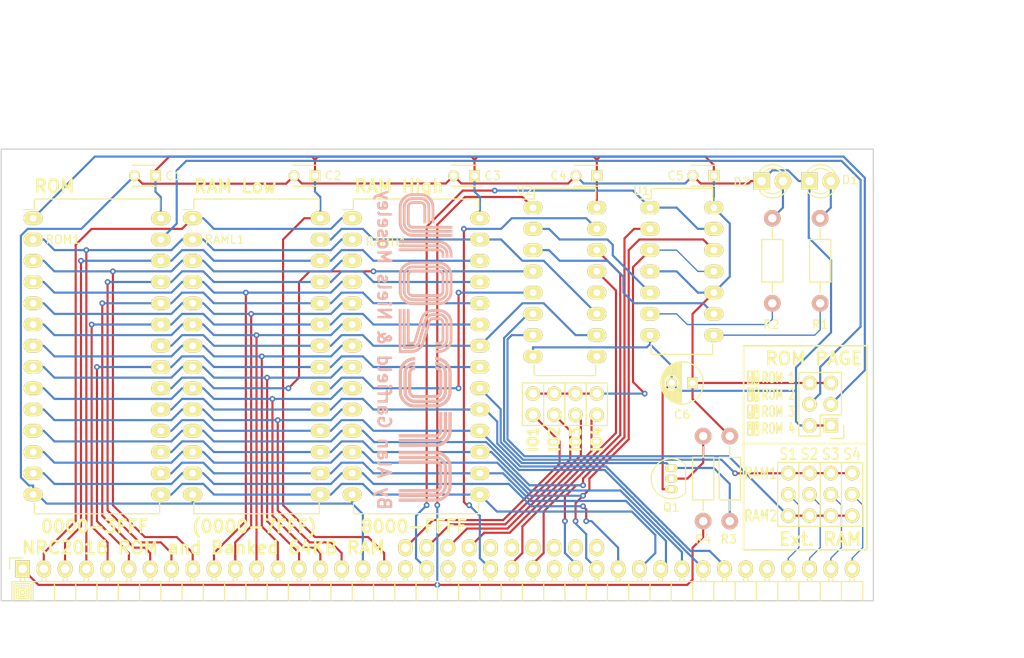
<source format=kicad_pcb>
(kicad_pcb (version 20171130) (host pcbnew "(5.1.12)-1")
  (layers (0 Top signal) (31 Bottom signal) (36 B.SilkS user) (37 F.SilkS user hide) (38 B.Mask user) (39 F.Mask user) (44 Edge.Cuts user))
  (net 0 "")
  (net 1 GND)
  (net 2 "Net-(D1-Pad2)")
  (net 3 "Net-(D2-Pad2)")
  (net 4 "Net-(P1-Pad1)")
  (net 5 "Net-(P1-Pad2)")
  (net 6 "Net-(P1-Pad3)")
  (net 7 "Net-(P1-Pad4)")
  (net 8 "Net-(P2-Pad2)")
  (net 9 "Net-(P3-Pad3)")
  (net 10 "Net-(P3-Pad4)")
  (net 11 VCC)
  (net 12 /A15)
  (net 13 /A14)
  (net 14 /A13)
  (net 15 /A12)
  (net 16 /A11)
  (net 17 /A10)
  (net 18 /A9)
  (net 19 /A8)
  (net 20 /A7)
  (net 21 /A6)
  (net 22 /A5)
  (net 23 /A4)
  (net 24 /A3)
  (net 25 /A2)
  (net 26 /A1)
  (net 27 /A0)
  (net 28 /~RESET)
  (net 29 /~WR)
  (net 30 /~RD)
  (net 31 /D0)
  (net 32 /D1)
  (net 33 /D2)
  (net 34 /D3)
  (net 35 /D4)
  (net 36 /D5)
  (net 37 /D6)
  (net 38 /D7)
  (net 39 "Net-(P4-Pad37)")
  (net 40 "Net-(P4-Pad38)")
  (net 41 "Net-(P4-Pad39)")
  (net 42 "Net-(P4-Pad40)")
  (net 43 "Net-(Q1-Pad2)")
  (net 44 /~RAMH_CS)
  (net 45 "Net-(R1-Pad1)")
  (net 46 "Net-(R2-Pad1)")
  (net 47 /~READ)
  (net 48 /~WRITE)
  (net 49 /~RAML_CS)
  (net 50 /~EXT_RAM1)
  (net 51 /~EXT_RAM2)
  (net 52 "Net-(U1-Pad5)")
  (net 53 "Net-(U1-Pad9)")
  (net 54 /~MREQ)
  (net 55 /~ROM_CS)
  (module Housings_DIP:DIP-28_W15.24mm_LongPads (layer Top) (at 115.573 82.55)
    (fp_text reference RAMH1 (at 4.060805 2.794) (layer F.SilkS))
    (fp_text value 62256)
    (pad 1 thru_hole oval (at 0 0) (size 2.3 1.6) (drill 0.8) (layers *.Cu *.Mask F.SilkS) (net 13 /A14))
    (pad 2 thru_hole oval (at 0 2.54) (size 2.3 1.6) (drill 0.8) (layers *.Cu *.Mask F.SilkS) (net 15 /A12))
    (pad 3 thru_hole oval (at 0 5.08) (size 2.3 1.6) (drill 0.8) (layers *.Cu *.Mask F.SilkS) (net 20 /A7))
    (pad 4 thru_hole oval (at 0 7.62) (size 2.3 1.6) (drill 0.8) (layers *.Cu *.Mask F.SilkS) (net 21 /A6))
    (pad 5 thru_hole oval (at 0 10.16) (size 2.3 1.6) (drill 0.8) (layers *.Cu *.Mask F.SilkS) (net 22 /A5))
    (pad 6 thru_hole oval (at 0 12.7) (size 2.3 1.6) (drill 0.8) (layers *.Cu *.Mask F.SilkS) (net 23 /A4))
    (pad 7 thru_hole oval (at 0 15.24) (size 2.3 1.6) (drill 0.8) (layers *.Cu *.Mask F.SilkS) (net 24 /A3))
    (pad 8 thru_hole oval (at 0 17.78) (size 2.3 1.6) (drill 0.8) (layers *.Cu *.Mask F.SilkS) (net 25 /A2))
    (pad 9 thru_hole oval (at 0 20.32) (size 2.3 1.6) (drill 0.8) (layers *.Cu *.Mask F.SilkS) (net 26 /A1))
    (pad 10 thru_hole oval (at 0 22.86) (size 2.3 1.6) (drill 0.8) (layers *.Cu *.Mask F.SilkS) (net 27 /A0))
    (pad 11 thru_hole oval (at 0 25.4) (size 2.3 1.6) (drill 0.8) (layers *.Cu *.Mask F.SilkS) (net 31 /D0))
    (pad 12 thru_hole oval (at 0 27.94) (size 2.3 1.6) (drill 0.8) (layers *.Cu *.Mask F.SilkS) (net 32 /D1))
    (pad 13 thru_hole oval (at 0 30.48) (size 2.3 1.6) (drill 0.8) (layers *.Cu *.Mask F.SilkS) (net 33 /D2))
    (pad 14 thru_hole oval (at 0 33.02) (size 2.3 1.6) (drill 0.8) (layers *.Cu *.Mask F.SilkS) (net 1 GND))
    (pad 15 thru_hole oval (at 15.24 33.02) (size 2.3 1.6) (drill 0.8) (layers *.Cu *.Mask F.SilkS) (net 34 /D3))
    (pad 16 thru_hole oval (at 15.24 30.48) (size 2.3 1.6) (drill 0.8) (layers *.Cu *.Mask F.SilkS) (net 35 /D4))
    (pad 17 thru_hole oval (at 15.24 27.94) (size 2.3 1.6) (drill 0.8) (layers *.Cu *.Mask F.SilkS) (net 36 /D5))
    (pad 18 thru_hole oval (at 15.24 25.4) (size 2.3 1.6) (drill 0.8) (layers *.Cu *.Mask F.SilkS) (net 37 /D6))
    (pad 19 thru_hole oval (at 15.24 22.86) (size 2.3 1.6) (drill 0.8) (layers *.Cu *.Mask F.SilkS) (net 38 /D7))
    (pad 20 thru_hole oval (at 15.24 20.32) (size 2.3 1.6) (drill 0.8) (layers *.Cu *.Mask F.SilkS) (net 44 /~RAMH_CS))
    (pad 21 thru_hole oval (at 15.24 17.78) (size 2.3 1.6) (drill 0.8) (layers *.Cu *.Mask F.SilkS) (net 17 /A10))
    (pad 22 thru_hole oval (at 15.24 15.24) (size 2.3 1.6) (drill 0.8) (layers *.Cu *.Mask F.SilkS) (net 47 /~READ))
    (pad 23 thru_hole oval (at 15.24 12.7) (size 2.3 1.6) (drill 0.8) (layers *.Cu *.Mask F.SilkS) (net 16 /A11))
    (pad 24 thru_hole oval (at 15.24 10.16) (size 2.3 1.6) (drill 0.8) (layers *.Cu *.Mask F.SilkS) (net 18 /A9))
    (pad 25 thru_hole oval (at 15.24 7.62) (size 2.3 1.6) (drill 0.8) (layers *.Cu *.Mask F.SilkS) (net 19 /A8))
    (pad 26 thru_hole oval (at 15.24 5.08) (size 2.3 1.6) (drill 0.8) (layers *.Cu *.Mask F.SilkS) (net 14 /A13))
    (pad 27 thru_hole oval (at 15.24 2.54) (size 2.3 1.6) (drill 0.8) (layers *.Cu *.Mask F.SilkS) (net 48 /~WRITE))
    (pad 28 thru_hole oval (at 15.24 0) (size 2.3 1.6) (drill 0.8) (layers *.Cu *.Mask F.SilkS) (net 11 VCC))
  )
  (module Housings_DIP:DIP-28_W15.24mm_LongPads (layer Top) (at 77.47 82.55)
    (fp_text reference ROM1 (at 3.556 2.54) (layer F.SilkS))
    (fp_text value 27C512)
    (pad 1 thru_hole oval (at 0 0) (size 2.3 1.6) (drill 0.8) (layers *.Cu *.Mask F.SilkS) (net 9 "Net-(P3-Pad3)"))
    (pad 2 thru_hole oval (at 0 2.54) (size 2.3 1.6) (drill 0.8) (layers *.Cu *.Mask F.SilkS) (net 15 /A12))
    (pad 3 thru_hole oval (at 0 5.08) (size 2.3 1.6) (drill 0.8) (layers *.Cu *.Mask F.SilkS) (net 20 /A7))
    (pad 4 thru_hole oval (at 0 7.62) (size 2.3 1.6) (drill 0.8) (layers *.Cu *.Mask F.SilkS) (net 21 /A6))
    (pad 5 thru_hole oval (at 0 10.16) (size 2.3 1.6) (drill 0.8) (layers *.Cu *.Mask F.SilkS) (net 22 /A5))
    (pad 6 thru_hole oval (at 0 12.7) (size 2.3 1.6) (drill 0.8) (layers *.Cu *.Mask F.SilkS) (net 23 /A4))
    (pad 7 thru_hole oval (at 0 15.24) (size 2.3 1.6) (drill 0.8) (layers *.Cu *.Mask F.SilkS) (net 24 /A3))
    (pad 8 thru_hole oval (at 0 17.78) (size 2.3 1.6) (drill 0.8) (layers *.Cu *.Mask F.SilkS) (net 25 /A2))
    (pad 9 thru_hole oval (at 0 20.32) (size 2.3 1.6) (drill 0.8) (layers *.Cu *.Mask F.SilkS) (net 26 /A1))
    (pad 10 thru_hole oval (at 0 22.86) (size 2.3 1.6) (drill 0.8) (layers *.Cu *.Mask F.SilkS) (net 27 /A0))
    (pad 11 thru_hole oval (at 0 25.4) (size 2.3 1.6) (drill 0.8) (layers *.Cu *.Mask F.SilkS) (net 31 /D0))
    (pad 12 thru_hole oval (at 0 27.94) (size 2.3 1.6) (drill 0.8) (layers *.Cu *.Mask F.SilkS) (net 32 /D1))
    (pad 13 thru_hole oval (at 0 30.48) (size 2.3 1.6) (drill 0.8) (layers *.Cu *.Mask F.SilkS) (net 33 /D2))
    (pad 14 thru_hole oval (at 0 33.02) (size 2.3 1.6) (drill 0.8) (layers *.Cu *.Mask F.SilkS) (net 1 GND))
    (pad 15 thru_hole oval (at 15.24 33.02) (size 2.3 1.6) (drill 0.8) (layers *.Cu *.Mask F.SilkS) (net 34 /D3))
    (pad 16 thru_hole oval (at 15.24 30.48) (size 2.3 1.6) (drill 0.8) (layers *.Cu *.Mask F.SilkS) (net 35 /D4))
    (pad 17 thru_hole oval (at 15.24 27.94) (size 2.3 1.6) (drill 0.8) (layers *.Cu *.Mask F.SilkS) (net 36 /D5))
    (pad 18 thru_hole oval (at 15.24 25.4) (size 2.3 1.6) (drill 0.8) (layers *.Cu *.Mask F.SilkS) (net 37 /D6))
    (pad 19 thru_hole oval (at 15.24 22.86) (size 2.3 1.6) (drill 0.8) (layers *.Cu *.Mask F.SilkS) (net 38 /D7))
    (pad 20 thru_hole oval (at 15.24 20.32) (size 2.3 1.6) (drill 0.8) (layers *.Cu *.Mask F.SilkS) (net 55 /~ROM_CS))
    (pad 21 thru_hole oval (at 15.24 17.78) (size 2.3 1.6) (drill 0.8) (layers *.Cu *.Mask F.SilkS) (net 17 /A10))
    (pad 22 thru_hole oval (at 15.24 15.24) (size 2.3 1.6) (drill 0.8) (layers *.Cu *.Mask F.SilkS) (net 47 /~READ))
    (pad 23 thru_hole oval (at 15.24 12.7) (size 2.3 1.6) (drill 0.8) (layers *.Cu *.Mask F.SilkS) (net 16 /A11))
    (pad 24 thru_hole oval (at 15.24 10.16) (size 2.3 1.6) (drill 0.8) (layers *.Cu *.Mask F.SilkS) (net 18 /A9))
    (pad 25 thru_hole oval (at 15.24 7.62) (size 2.3 1.6) (drill 0.8) (layers *.Cu *.Mask F.SilkS) (net 19 /A8))
    (pad 26 thru_hole oval (at 15.24 5.08) (size 2.3 1.6) (drill 0.8) (layers *.Cu *.Mask F.SilkS) (net 14 /A13))
    (pad 27 thru_hole oval (at 15.24 2.54) (size 2.3 1.6) (drill 0.8) (layers *.Cu *.Mask F.SilkS) (net 10 "Net-(P3-Pad4)"))
    (pad 28 thru_hole oval (at 15.24 0) (size 2.3 1.6) (drill 0.8) (layers *.Cu *.Mask F.SilkS) (net 11 VCC))
  )
  (module Housings_DIP:DIP-28_W15.24mm_LongPads (layer Top) (at 96.52 82.55)
    (fp_text reference RAML1 (at 3.81 2.54) (layer F.SilkS))
    (fp_text value 62256)
    (pad 1 thru_hole oval (at 0 0) (size 2.3 1.6) (drill 0.8) (layers *.Cu *.Mask F.SilkS) (net 13 /A14))
    (pad 2 thru_hole oval (at 0 2.54) (size 2.3 1.6) (drill 0.8) (layers *.Cu *.Mask F.SilkS) (net 15 /A12))
    (pad 3 thru_hole oval (at 0 5.08) (size 2.3 1.6) (drill 0.8) (layers *.Cu *.Mask F.SilkS) (net 20 /A7))
    (pad 4 thru_hole oval (at 0 7.62) (size 2.3 1.6) (drill 0.8) (layers *.Cu *.Mask F.SilkS) (net 21 /A6))
    (pad 5 thru_hole oval (at 0 10.16) (size 2.3 1.6) (drill 0.8) (layers *.Cu *.Mask F.SilkS) (net 22 /A5))
    (pad 6 thru_hole oval (at 0 12.7) (size 2.3 1.6) (drill 0.8) (layers *.Cu *.Mask F.SilkS) (net 23 /A4))
    (pad 7 thru_hole oval (at 0 15.24) (size 2.3 1.6) (drill 0.8) (layers *.Cu *.Mask F.SilkS) (net 24 /A3))
    (pad 8 thru_hole oval (at 0 17.78) (size 2.3 1.6) (drill 0.8) (layers *.Cu *.Mask F.SilkS) (net 25 /A2))
    (pad 9 thru_hole oval (at 0 20.32) (size 2.3 1.6) (drill 0.8) (layers *.Cu *.Mask F.SilkS) (net 26 /A1))
    (pad 10 thru_hole oval (at 0 22.86) (size 2.3 1.6) (drill 0.8) (layers *.Cu *.Mask F.SilkS) (net 27 /A0))
    (pad 11 thru_hole oval (at 0 25.4) (size 2.3 1.6) (drill 0.8) (layers *.Cu *.Mask F.SilkS) (net 31 /D0))
    (pad 12 thru_hole oval (at 0 27.94) (size 2.3 1.6) (drill 0.8) (layers *.Cu *.Mask F.SilkS) (net 32 /D1))
    (pad 13 thru_hole oval (at 0 30.48) (size 2.3 1.6) (drill 0.8) (layers *.Cu *.Mask F.SilkS) (net 33 /D2))
    (pad 14 thru_hole oval (at 0 33.02) (size 2.3 1.6) (drill 0.8) (layers *.Cu *.Mask F.SilkS) (net 1 GND))
    (pad 15 thru_hole oval (at 15.24 33.02) (size 2.3 1.6) (drill 0.8) (layers *.Cu *.Mask F.SilkS) (net 34 /D3))
    (pad 16 thru_hole oval (at 15.24 30.48) (size 2.3 1.6) (drill 0.8) (layers *.Cu *.Mask F.SilkS) (net 35 /D4))
    (pad 17 thru_hole oval (at 15.24 27.94) (size 2.3 1.6) (drill 0.8) (layers *.Cu *.Mask F.SilkS) (net 36 /D5))
    (pad 18 thru_hole oval (at 15.24 25.4) (size 2.3 1.6) (drill 0.8) (layers *.Cu *.Mask F.SilkS) (net 37 /D6))
    (pad 19 thru_hole oval (at 15.24 22.86) (size 2.3 1.6) (drill 0.8) (layers *.Cu *.Mask F.SilkS) (net 38 /D7))
    (pad 20 thru_hole oval (at 15.24 20.32) (size 2.3 1.6) (drill 0.8) (layers *.Cu *.Mask F.SilkS) (net 49 /~RAML_CS))
    (pad 21 thru_hole oval (at 15.24 17.78) (size 2.3 1.6) (drill 0.8) (layers *.Cu *.Mask F.SilkS) (net 17 /A10))
    (pad 22 thru_hole oval (at 15.24 15.24) (size 2.3 1.6) (drill 0.8) (layers *.Cu *.Mask F.SilkS) (net 47 /~READ))
    (pad 23 thru_hole oval (at 15.24 12.7) (size 2.3 1.6) (drill 0.8) (layers *.Cu *.Mask F.SilkS) (net 16 /A11))
    (pad 24 thru_hole oval (at 15.24 10.16) (size 2.3 1.6) (drill 0.8) (layers *.Cu *.Mask F.SilkS) (net 18 /A9))
    (pad 25 thru_hole oval (at 15.24 7.62) (size 2.3 1.6) (drill 0.8) (layers *.Cu *.Mask F.SilkS) (net 19 /A8))
    (pad 26 thru_hole oval (at 15.24 5.08) (size 2.3 1.6) (drill 0.8) (layers *.Cu *.Mask F.SilkS) (net 14 /A13))
    (pad 27 thru_hole oval (at 15.24 2.54) (size 2.3 1.6) (drill 0.8) (layers *.Cu *.Mask F.SilkS) (net 48 /~WRITE))
    (pad 28 thru_hole oval (at 15.24 0) (size 2.3 1.6) (drill 0.8) (layers *.Cu *.Mask F.SilkS) (net 11 VCC))
  )
  (module LEDs:LED-3MM (layer Top) (at 170.18 78.105)
    (fp_text reference D1 (at 4.826 -0.127) (layer F.SilkS))
    (fp_text value LED)
    (pad 1 thru_hole rect (at 0 0 90) (size 2 2) (drill 1.00076) (layers *.Cu *.Mask F.SilkS) (net 1 GND))
    (pad 2 thru_hole circle (at 2.54 0) (size 2 2) (drill 1.00076) (layers *.Cu *.Mask F.SilkS) (net 2 "Net-(D1-Pad2)"))
  )
  (module LEDs:LED-3MM (layer Top) (at 164.465 78.105)
    (fp_text reference D2 (at -2.413 0.127) (layer F.SilkS))
    (fp_text value LED)
    (pad 1 thru_hole rect (at 0 0 90) (size 2 2) (drill 1.00076) (layers *.Cu *.Mask F.SilkS) (net 1 GND))
    (pad 2 thru_hole circle (at 2.54 0) (size 2 2) (drill 1.00076) (layers *.Cu *.Mask F.SilkS) (net 3 "Net-(D2-Pad2)"))
  )
  (module Pin_Headers:Pin_Header_Straight_2x03 (layer Top) (at 172.72 107.315 180)
    (fp_text reference P3 hide)
    (fp_text value CONN_02X03)
    (pad 1 thru_hole rect (at 0 0 180) (size 1.7272 1.7272) (drill 1.016) (layers *.Cu *.Mask F.SilkS) (net 1 GND))
    (pad 2 thru_hole oval (at 2.54 0 180) (size 1.7272 1.7272) (drill 1.016) (layers *.Cu *.Mask F.SilkS) (net 1 GND))
    (pad 3 thru_hole oval (at 0 2.54 180) (size 1.7272 1.7272) (drill 1.016) (layers *.Cu *.Mask F.SilkS) (net 9 "Net-(P3-Pad3)"))
    (pad 4 thru_hole oval (at 2.54 2.54 180) (size 1.7272 1.7272) (drill 1.016) (layers *.Cu *.Mask F.SilkS) (net 10 "Net-(P3-Pad4)"))
    (pad 5 thru_hole oval (at 0 5.08 180) (size 1.7272 1.7272) (drill 1.016) (layers *.Cu *.Mask F.SilkS) (net 11 VCC))
    (pad 6 thru_hole oval (at 2.54 5.08 180) (size 1.7272 1.7272) (drill 1.016) (layers *.Cu *.Mask F.SilkS) (net 11 VCC))
  )
  (module TO_SOT_Packages_THT:TO-92_Inline_Narrow_Oval (layer Top) (at 153.67 114.935 90)
    (fp_text reference Q1 (at -2.159 0 180) (layer F.SilkS))
    (fp_text value Q_NPN_EBC)
    (pad 2 thru_hole oval (at 1.27 0 270) (size 0.89916 1.50114) (drill 0.6) (layers *.Cu *.Mask F.SilkS) (net 43 "Net-(Q1-Pad2)"))
    (pad 3 thru_hole oval (at 2.54 0 270) (size 0.89916 1.50114) (drill 0.6) (layers *.Cu *.Mask F.SilkS) (net 44 /~RAMH_CS))
    (pad 1 thru_hole oval (at 0 0 270) (size 0.89916 1.50114) (drill 0.6) (layers *.Cu *.Mask F.SilkS) (net 1 GND))
  )
  (module Resistors_ThroughHole:Resistor_Horizontal_RM10mm (layer Top) (at 171.45 92.71 90)
    (fp_text reference R1 (at -2.54 0 180) (layer F.SilkS))
    (fp_text value R)
    (pad 1 thru_hole circle (at 0 0 90) (size 1.99898 1.99898) (drill 1.00076) (layers *.Cu *.SilkS *.Mask) (net 45 "Net-(R1-Pad1)"))
    (pad 2 thru_hole circle (at 10.16 0 90) (size 1.99898 1.99898) (drill 1.00076) (layers *.Cu *.SilkS *.Mask) (net 2 "Net-(D1-Pad2)"))
  )
  (module Resistors_ThroughHole:Resistor_Horizontal_RM10mm (layer Top) (at 165.735 92.71 90)
    (fp_text reference R2 (at -2.54 -0.127 180) (layer F.SilkS))
    (fp_text value R)
    (pad 1 thru_hole circle (at 0 0 90) (size 1.99898 1.99898) (drill 1.00076) (layers *.Cu *.SilkS *.Mask) (net 46 "Net-(R2-Pad1)"))
    (pad 2 thru_hole circle (at 10.16 0 90) (size 1.99898 1.99898) (drill 1.00076) (layers *.Cu *.SilkS *.Mask) (net 3 "Net-(D2-Pad2)"))
  )
  (module Resistors_ThroughHole:Resistor_Horizontal_RM10mm (layer Top) (at 160.655 108.585 270)
    (fp_text reference R3 (at 12.319 0.127) (layer F.SilkS))
    (fp_text value R)
    (pad 1 thru_hole circle (at 0 0 270) (size 1.99898 1.99898) (drill 1.00076) (layers *.Cu *.SilkS *.Mask) (net 11 VCC))
    (pad 2 thru_hole circle (at 10.16 0 270) (size 1.99898 1.99898) (drill 1.00076) (layers *.Cu *.SilkS *.Mask) (net 44 /~RAMH_CS))
  )
  (module Resistors_ThroughHole:Resistor_Horizontal_RM10mm (layer Top) (at 157.48 118.745 90)
    (fp_text reference R4 (at -2.159 0 180) (layer F.SilkS))
    (fp_text value R)
    (pad 1 thru_hole circle (at 0 0 90) (size 1.99898 1.99898) (drill 1.00076) (layers *.Cu *.SilkS *.Mask) (net 12 /A15))
    (pad 2 thru_hole circle (at 10.16 0 90) (size 1.99898 1.99898) (drill 1.00076) (layers *.Cu *.SilkS *.Mask) (net 43 "Net-(Q1-Pad2)"))
  )
  (module Housings_DIP:DIP-14_W7.62mm_LongPads (layer Top) (at 151.13 81.28)
    (fp_text reference U1 (at -1.016 -2.032) (layer F.SilkS))
    (fp_text value 74LS74)
    (pad 1 thru_hole oval (at 0 0) (size 2.3 1.6) (drill 0.8) (layers *.Cu *.Mask F.SilkS) (net 28 /~RESET))
    (pad 2 thru_hole oval (at 0 2.54) (size 2.3 1.6) (drill 0.8) (layers *.Cu *.Mask F.SilkS) (net 31 /D0))
    (pad 3 thru_hole oval (at 0 5.08) (size 2.3 1.6) (drill 0.8) (layers *.Cu *.Mask F.SilkS) (net 8 "Net-(P2-Pad2)"))
    (pad 4 thru_hole oval (at 0 7.62) (size 2.3 1.6) (drill 0.8) (layers *.Cu *.Mask F.SilkS) (net 11 VCC))
    (pad 5 thru_hole oval (at 0 10.16) (size 2.3 1.6) (drill 0.8) (layers *.Cu *.Mask F.SilkS) (net 52 "Net-(U1-Pad5)"))
    (pad 6 thru_hole oval (at 0 12.7) (size 2.3 1.6) (drill 0.8) (layers *.Cu *.Mask F.SilkS) (net 46 "Net-(R2-Pad1)"))
    (pad 7 thru_hole oval (at 0 15.24) (size 2.3 1.6) (drill 0.8) (layers *.Cu *.Mask F.SilkS) (net 1 GND))
    (pad 8 thru_hole oval (at 7.62 15.24) (size 2.3 1.6) (drill 0.8) (layers *.Cu *.Mask F.SilkS) (net 45 "Net-(R1-Pad1)"))
    (pad 9 thru_hole oval (at 7.62 12.7) (size 2.3 1.6) (drill 0.8) (layers *.Cu *.Mask F.SilkS) (net 53 "Net-(U1-Pad9)"))
    (pad 10 thru_hole oval (at 7.62 10.16) (size 2.3 1.6) (drill 0.8) (layers *.Cu *.Mask F.SilkS) (net 11 VCC))
    (pad 11 thru_hole oval (at 7.62 7.62) (size 2.3 1.6) (drill 0.8) (layers *.Cu *.Mask F.SilkS) (net 8 "Net-(P2-Pad2)"))
    (pad 12 thru_hole oval (at 7.62 5.08) (size 2.3 1.6) (drill 0.8) (layers *.Cu *.Mask F.SilkS) (net 32 /D1))
    (pad 13 thru_hole oval (at 7.62 2.54) (size 2.3 1.6) (drill 0.8) (layers *.Cu *.Mask F.SilkS) (net 28 /~RESET))
    (pad 14 thru_hole oval (at 7.62 0) (size 2.3 1.6) (drill 0.8) (layers *.Cu *.Mask F.SilkS) (net 11 VCC))
  )
  (module Housings_DIP:DIP-16_W7.62mm_LongPads (layer Top) (at 137.16 81.28)
    (fp_text reference U2 (at -1.016 -2.032) (layer F.SilkS))
    (fp_text value 74LS139)
    (pad 1 thru_hole oval (at 0 0) (size 2.3 1.6) (drill 0.8) (layers *.Cu *.Mask F.SilkS) (net 12 /A15))
    (pad 2 thru_hole oval (at 0 2.54) (size 2.3 1.6) (drill 0.8) (layers *.Cu *.Mask F.SilkS) (net 52 "Net-(U1-Pad5)"))
    (pad 3 thru_hole oval (at 0 5.08) (size 2.3 1.6) (drill 0.8) (layers *.Cu *.Mask F.SilkS) (net 53 "Net-(U1-Pad9)"))
    (pad 4 thru_hole oval (at 0 7.62) (size 2.3 1.6) (drill 0.8) (layers *.Cu *.Mask F.SilkS) (net 55 /~ROM_CS))
    (pad 5 thru_hole oval (at 0 10.16) (size 2.3 1.6) (drill 0.8) (layers *.Cu *.Mask F.SilkS) (net 49 /~RAML_CS))
    (pad 6 thru_hole oval (at 0 12.7) (size 2.3 1.6) (drill 0.8) (layers *.Cu *.Mask F.SilkS) (net 50 /~EXT_RAM1))
    (pad 7 thru_hole oval (at 0 15.24) (size 2.3 1.6) (drill 0.8) (layers *.Cu *.Mask F.SilkS) (net 51 /~EXT_RAM2))
    (pad 8 thru_hole oval (at 0 17.78) (size 2.3 1.6) (drill 0.8) (layers *.Cu *.Mask F.SilkS) (net 1 GND))
    (pad 9 thru_hole oval (at 7.62 17.78) (size 2.3 1.6) (drill 0.8) (layers *.Cu *.Mask F.SilkS))
    (pad 10 thru_hole oval (at 7.62 15.24) (size 2.3 1.6) (drill 0.8) (layers *.Cu *.Mask F.SilkS) (net 47 /~READ))
    (pad 11 thru_hole oval (at 7.62 12.7) (size 2.3 1.6) (drill 0.8) (layers *.Cu *.Mask F.SilkS) (net 48 /~WRITE))
    (pad 12 thru_hole oval (at 7.62 10.16) (size 2.3 1.6) (drill 0.8) (layers *.Cu *.Mask F.SilkS))
    (pad 13 thru_hole oval (at 7.62 7.62) (size 2.3 1.6) (drill 0.8) (layers *.Cu *.Mask F.SilkS) (net 29 /~WR))
    (pad 14 thru_hole oval (at 7.62 5.08) (size 2.3 1.6) (drill 0.8) (layers *.Cu *.Mask F.SilkS) (net 30 /~RD))
    (pad 15 thru_hole oval (at 7.62 2.54) (size 2.3 1.6) (drill 0.8) (layers *.Cu *.Mask F.SilkS) (net 54 /~MREQ))
    (pad 16 thru_hole oval (at 7.62 0) (size 2.3 1.6) (drill 0.8) (layers *.Cu *.Mask F.SilkS) (net 11 VCC))
  )
  (module nrc2016:Pin_Header_Angled_1x10_nrc2016 (layer Top) (at 121.92 125.73 90)
    (fp_text reference P1 hide)
    (fp_text value IO_BUS_PINS)
    (pad 1 thru_hole oval (at 3.81 0 270) (size 2.032 1.7272) (drill 1.016) (layers *.Cu *.Mask F.SilkS) (net 4 "Net-(P1-Pad1)"))
    (pad 2 thru_hole oval (at 3.81 2.54 270) (size 2.032 1.7272) (drill 1.016) (layers *.Cu *.Mask F.SilkS) (net 5 "Net-(P1-Pad2)"))
    (pad 3 thru_hole oval (at 3.81 5.08 270) (size 2.032 1.7272) (drill 1.016) (layers *.Cu *.Mask F.SilkS) (net 6 "Net-(P1-Pad3)"))
    (pad 4 thru_hole oval (at 3.81 7.62 270) (size 2.032 1.7272) (drill 1.016) (layers *.Cu *.Mask F.SilkS) (net 7 "Net-(P1-Pad4)"))
    (pad 5 thru_hole oval (at 3.81 10.16 270) (size 2.032 1.7272) (drill 1.016) (layers *.Cu *.Mask F.SilkS))
    (pad 6 thru_hole oval (at 3.81 12.7 270) (size 2.032 1.7272) (drill 1.016) (layers *.Cu *.Mask F.SilkS))
    (pad 7 thru_hole oval (at 3.81 15.24 270) (size 2.032 1.7272) (drill 1.016) (layers *.Cu *.Mask F.SilkS))
    (pad 8 thru_hole oval (at 3.81 17.78 270) (size 2.032 1.7272) (drill 1.016) (layers *.Cu *.Mask F.SilkS))
    (pad 9 thru_hole oval (at 3.81 20.32 270) (size 2.032 1.7272) (drill 1.016) (layers *.Cu *.Mask F.SilkS))
    (pad 10 thru_hole oval (at 3.81 22.86 270) (size 2.032 1.7272) (drill 1.016) (layers *.Cu *.Mask F.SilkS))
  )
  (module nrc2016:Pin_Header_Angled_1x40_nrc2016 (layer Top) (at 76.2032 133.335 90)
    (fp_text reference P4 hide)
    (fp_text value Z80_BUS_PINS)
    (pad 1 thru_hole rect (at 8.89 0 270) (size 2.032 1.7272) (drill 1.016) (layers *.Cu *.Mask F.SilkS) (net 12 /A15))
    (pad 2 thru_hole oval (at 8.89 2.54 270) (size 2.032 1.7272) (drill 1.016) (layers *.Cu *.Mask F.SilkS) (net 13 /A14))
    (pad 3 thru_hole oval (at 8.89 5.08 270) (size 2.032 1.7272) (drill 1.016) (layers *.Cu *.Mask F.SilkS) (net 14 /A13))
    (pad 4 thru_hole oval (at 8.89 7.62 270) (size 2.032 1.7272) (drill 1.016) (layers *.Cu *.Mask F.SilkS) (net 15 /A12))
    (pad 5 thru_hole oval (at 8.89 10.16 270) (size 2.032 1.7272) (drill 1.016) (layers *.Cu *.Mask F.SilkS) (net 16 /A11))
    (pad 6 thru_hole oval (at 8.89 12.7 270) (size 2.032 1.7272) (drill 1.016) (layers *.Cu *.Mask F.SilkS) (net 17 /A10))
    (pad 7 thru_hole oval (at 8.89 15.24 270) (size 2.032 1.7272) (drill 1.016) (layers *.Cu *.Mask F.SilkS) (net 18 /A9))
    (pad 8 thru_hole oval (at 8.89 17.78 270) (size 2.032 1.7272) (drill 1.016) (layers *.Cu *.Mask F.SilkS) (net 19 /A8))
    (pad 9 thru_hole oval (at 8.89 20.32 270) (size 2.032 1.7272) (drill 1.016) (layers *.Cu *.Mask F.SilkS) (net 20 /A7))
    (pad 10 thru_hole oval (at 8.89 22.86 270) (size 2.032 1.7272) (drill 1.016) (layers *.Cu *.Mask F.SilkS) (net 21 /A6))
    (pad 11 thru_hole oval (at 8.89 25.4 270) (size 2.032 1.7272) (drill 1.016) (layers *.Cu *.Mask F.SilkS) (net 22 /A5))
    (pad 12 thru_hole oval (at 8.89 27.94 270) (size 2.032 1.7272) (drill 1.016) (layers *.Cu *.Mask F.SilkS) (net 23 /A4))
    (pad 13 thru_hole oval (at 8.89 30.48 270) (size 2.032 1.7272) (drill 1.016) (layers *.Cu *.Mask F.SilkS) (net 24 /A3))
    (pad 14 thru_hole oval (at 8.89 33.02 270) (size 2.032 1.7272) (drill 1.016) (layers *.Cu *.Mask F.SilkS) (net 25 /A2))
    (pad 15 thru_hole oval (at 8.89 35.56 270) (size 2.032 1.7272) (drill 1.016) (layers *.Cu *.Mask F.SilkS) (net 26 /A1))
    (pad 16 thru_hole oval (at 8.89 38.1 270) (size 2.032 1.7272) (drill 1.016) (layers *.Cu *.Mask F.SilkS) (net 27 /A0))
    (pad 17 thru_hole oval (at 8.89 40.64 270) (size 2.032 1.7272) (drill 1.016) (layers *.Cu *.Mask F.SilkS) (net 1 GND))
    (pad 18 thru_hole oval (at 8.89 43.18 270) (size 2.032 1.7272) (drill 1.016) (layers *.Cu *.Mask F.SilkS) (net 11 VCC))
    (pad 19 thru_hole oval (at 8.89 45.72 270) (size 2.032 1.7272) (drill 1.016) (layers *.Cu *.Mask F.SilkS))
    (pad 20 thru_hole oval (at 8.89 48.26 270) (size 2.032 1.7272) (drill 1.016) (layers *.Cu *.Mask F.SilkS) (net 28 /~RESET))
    (pad 21 thru_hole oval (at 8.89 50.8 270) (size 2.032 1.7272) (drill 1.016) (layers *.Cu *.Mask F.SilkS))
    (pad 22 thru_hole oval (at 8.89 53.34 270) (size 2.032 1.7272) (drill 1.016) (layers *.Cu *.Mask F.SilkS))
    (pad 23 thru_hole oval (at 8.89 55.88 270) (size 2.032 1.7272) (drill 1.016) (layers *.Cu *.Mask F.SilkS) (net 54 /~MREQ))
    (pad 24 thru_hole oval (at 8.89 58.42 270) (size 2.032 1.7272) (drill 1.016) (layers *.Cu *.Mask F.SilkS) (net 29 /~WR))
    (pad 25 thru_hole oval (at 8.89 60.96 270) (size 2.032 1.7272) (drill 1.016) (layers *.Cu *.Mask F.SilkS) (net 30 /~RD))
    (pad 26 thru_hole oval (at 8.89 63.5 270) (size 2.032 1.7272) (drill 1.016) (layers *.Cu *.Mask F.SilkS))
    (pad 27 thru_hole oval (at 8.89 66.04 270) (size 2.032 1.7272) (drill 1.016) (layers *.Cu *.Mask F.SilkS) (net 31 /D0))
    (pad 28 thru_hole oval (at 8.89 68.58 270) (size 2.032 1.7272) (drill 1.016) (layers *.Cu *.Mask F.SilkS) (net 32 /D1))
    (pad 29 thru_hole oval (at 8.89 71.12 270) (size 2.032 1.7272) (drill 1.016) (layers *.Cu *.Mask F.SilkS) (net 33 /D2))
    (pad 30 thru_hole oval (at 8.89 73.66 270) (size 2.032 1.7272) (drill 1.016) (layers *.Cu *.Mask F.SilkS) (net 34 /D3))
    (pad 31 thru_hole oval (at 8.89 76.2 270) (size 2.032 1.7272) (drill 1.016) (layers *.Cu *.Mask F.SilkS) (net 35 /D4))
    (pad 32 thru_hole oval (at 8.89 78.74 270) (size 2.032 1.7272) (drill 1.016) (layers *.Cu *.Mask F.SilkS) (net 36 /D5))
    (pad 33 thru_hole oval (at 8.89 81.28 270) (size 2.032 1.7272) (drill 1.016) (layers *.Cu *.Mask F.SilkS) (net 37 /D6))
    (pad 34 thru_hole oval (at 8.89 83.82 270) (size 2.032 1.7272) (drill 1.016) (layers *.Cu *.Mask F.SilkS) (net 38 /D7))
    (pad 35 thru_hole oval (at 8.89 86.36 270) (size 2.032 1.7272) (drill 1.016) (layers *.Cu *.Mask F.SilkS))
    (pad 36 thru_hole oval (at 8.89 88.9 270) (size 2.032 1.7272) (drill 1.016) (layers *.Cu *.Mask F.SilkS))
    (pad 37 thru_hole oval (at 8.89 91.44 270) (size 2.032 1.7272) (drill 1.016) (layers *.Cu *.Mask F.SilkS) (net 39 "Net-(P4-Pad37)"))
    (pad 38 thru_hole oval (at 8.89 93.98 270) (size 2.032 1.7272) (drill 1.016) (layers *.Cu *.Mask F.SilkS) (net 40 "Net-(P4-Pad38)"))
    (pad 39 thru_hole oval (at 8.89 96.52 270) (size 2.032 1.7272) (drill 1.016) (layers *.Cu *.Mask F.SilkS) (net 41 "Net-(P4-Pad39)"))
    (pad 40 thru_hole oval (at 8.89 99.06 270) (size 2.032 1.7272) (drill 1.016) (layers *.Cu *.Mask F.SilkS) (net 42 "Net-(P4-Pad40)"))
  )
  (module nrc2016:ramsel_pins (layer Top) (at 175.263 113.015 270)
    (fp_text reference RAMSEL1 hide)
    (fp_text value CONN_04x03)
    (pad 1 thru_hole oval (at 0 0 270) (size 1.7272 1.7272) (drill 1.016) (layers *.Cu *.Mask F.SilkS) (net 50 /~EXT_RAM1))
    (pad 5 thru_hole oval (at 2.54 0 270) (size 1.7272 1.7272) (drill 1.016) (layers *.Cu *.Mask F.SilkS) (net 42 "Net-(P4-Pad40)"))
    (pad 2 thru_hole oval (at 0 2.54 270) (size 1.7272 1.7272) (drill 1.016) (layers *.Cu *.Mask F.SilkS) (net 50 /~EXT_RAM1))
    (pad 6 thru_hole oval (at 2.54 2.54 270) (size 1.7272 1.7272) (drill 1.016) (layers *.Cu *.Mask F.SilkS) (net 41 "Net-(P4-Pad39)"))
    (pad 3 thru_hole oval (at 0 5.08 270) (size 1.7272 1.7272) (drill 1.016) (layers *.Cu *.Mask F.SilkS) (net 50 /~EXT_RAM1))
    (pad 7 thru_hole oval (at 2.54 5.08 270) (size 1.7272 1.7272) (drill 1.016) (layers *.Cu *.Mask F.SilkS) (net 40 "Net-(P4-Pad38)"))
    (pad 4 thru_hole oval (at 0 7.62 270) (size 1.7272 1.7272) (drill 1.016) (layers *.Cu *.Mask F.SilkS) (net 50 /~EXT_RAM1))
    (pad 8 thru_hole oval (at 2.54 7.62 270) (size 1.7272 1.7272) (drill 1.016) (layers *.Cu *.Mask F.SilkS) (net 39 "Net-(P4-Pad37)"))
    (pad 10 thru_hole circle (at 5.08 2.54 270) (size 1.7272 1.7272) (drill 1.016) (layers *.Cu *.Mask F.SilkS) (net 51 /~EXT_RAM2))
    (pad 11 thru_hole circle (at 5.08 5.08 270) (size 1.7272 1.7272) (drill 1.016) (layers *.Cu *.Mask F.SilkS) (net 51 /~EXT_RAM2))
    (pad 12 thru_hole circle (at 5.08 7.62 270) (size 1.7272 1.7272) (drill 1.016) (layers *.Cu *.Mask F.SilkS) (net 51 /~EXT_RAM2))
    (pad 9 thru_hole circle (at 5.08 0 270) (size 1.7272 1.7272) (drill 1.016) (layers *.Cu *.Mask F.SilkS) (net 51 /~EXT_RAM2))
  )
  (module Capacitors_ThroughHole:C_Disc_D3_P2.5 (layer Top) (at 92.075 77.47 180)
    (fp_text reference C1 (at -2.159 0 180) (layer F.SilkS))
    (fp_text value C)
    (pad 1 thru_hole rect (at 0 0 180) (size 1.3 1.3) (drill 0.8) (layers *.Cu *.Mask F.SilkS) (net 11 VCC))
    (pad 2 thru_hole circle (at 2.5 0 180) (size 1.3 1.3) (drill 0.8001) (layers *.Cu *.Mask F.SilkS) (net 1 GND))
  )
  (module Capacitors_ThroughHole:C_Disc_D3_P2.5 (layer Top) (at 111.125 77.47 180)
    (fp_text reference C2 (at -2.159 0 180) (layer F.SilkS))
    (fp_text value C)
    (pad 1 thru_hole rect (at 0 0 180) (size 1.3 1.3) (drill 0.8) (layers *.Cu *.Mask F.SilkS) (net 11 VCC))
    (pad 2 thru_hole circle (at 2.5 0 180) (size 1.3 1.3) (drill 0.8001) (layers *.Cu *.Mask F.SilkS) (net 1 GND))
  )
  (module Capacitors_ThroughHole:C_Disc_D3_P2.5 (layer Top) (at 130.175 77.47 180)
    (fp_text reference C3 (at -2.159 0 180) (layer F.SilkS))
    (fp_text value C)
    (pad 1 thru_hole rect (at 0 0 180) (size 1.3 1.3) (drill 0.8) (layers *.Cu *.Mask F.SilkS) (net 11 VCC))
    (pad 2 thru_hole circle (at 2.5 0 180) (size 1.3 1.3) (drill 0.8001) (layers *.Cu *.Mask F.SilkS) (net 1 GND))
  )
  (module Capacitors_ThroughHole:C_Disc_D3_P2.5 (layer Top) (at 144.78 77.47 180)
    (fp_text reference C4 (at 4.572 0 180) (layer F.SilkS))
    (fp_text value C)
    (pad 1 thru_hole rect (at 0 0 180) (size 1.3 1.3) (drill 0.8) (layers *.Cu *.Mask F.SilkS) (net 11 VCC))
    (pad 2 thru_hole circle (at 2.5 0 180) (size 1.3 1.3) (drill 0.8001) (layers *.Cu *.Mask F.SilkS) (net 1 GND))
  )
  (module Capacitors_ThroughHole:C_Disc_D3_P2.5 (layer Top) (at 158.75 77.47 180)
    (fp_text reference C5 (at 4.572 0 180) (layer F.SilkS))
    (fp_text value C)
    (pad 1 thru_hole rect (at 0 0 180) (size 1.3 1.3) (drill 0.8) (layers *.Cu *.Mask F.SilkS) (net 11 VCC))
    (pad 2 thru_hole circle (at 2.5 0 180) (size 1.3 1.3) (drill 0.8001) (layers *.Cu *.Mask F.SilkS) (net 1 GND))
  )
  (module Capacitors_ThroughHole:C_Radial_D5_L11_P2.5 (layer Top) (at 156.21 102.235 180)
    (fp_text reference C6 (at 1.25 -3.8 180) (layer F.SilkS))
    (fp_text value CP)
    (pad 1 thru_hole rect (at 0 0 180) (size 1.3 1.3) (drill 0.8) (layers *.Cu *.Mask F.SilkS) (net 11 VCC))
    (pad 2 thru_hole circle (at 2.5 0 180) (size 1.3 1.3) (drill 0.8) (layers *.Cu *.Mask F.SilkS) (net 1 GND))
  )
  (module nrc2016_logo:nrc2016_top_logo_1600 (layer Bottom) (at 124.206 98.044 90)
    (fp_text reference LOGO1 hide)
    (fp_text value BackLogo hide)
  )
  (module nrc2016:Pin_Header_Straight_2x04_nrc2016 (layer Top) (at 137.16 106.045 90)
    (fp_text reference P2 hide)
    (fp_text value CONN_02X04)
    (pad 1 thru_hole oval (at 0 0 90) (size 1.7272 1.7272) (drill 1.016) (layers *.Cu *.Mask F.SilkS) (net 4 "Net-(P1-Pad1)"))
    (pad 2 thru_hole oval (at 2.54 0 90) (size 1.7272 1.7272) (drill 1.016) (layers *.Cu *.Mask F.SilkS) (net 8 "Net-(P2-Pad2)"))
    (pad 3 thru_hole oval (at 0 2.54 90) (size 1.7272 1.7272) (drill 1.016) (layers *.Cu *.Mask F.SilkS) (net 5 "Net-(P1-Pad2)"))
    (pad 4 thru_hole oval (at 2.54 2.54 90) (size 1.7272 1.7272) (drill 1.016) (layers *.Cu *.Mask F.SilkS) (net 8 "Net-(P2-Pad2)"))
    (pad 5 thru_hole oval (at 0 5.08 90) (size 1.7272 1.7272) (drill 1.016) (layers *.Cu *.Mask F.SilkS) (net 6 "Net-(P1-Pad3)"))
    (pad 6 thru_hole oval (at 2.54 5.08 90) (size 1.7272 1.7272) (drill 1.016) (layers *.Cu *.Mask F.SilkS) (net 8 "Net-(P2-Pad2)"))
    (pad 7 thru_hole oval (at 0 7.62 90) (size 1.7272 1.7272) (drill 1.016) (layers *.Cu *.Mask F.SilkS) (net 7 "Net-(P1-Pad4)"))
    (pad 8 thru_hole oval (at 2.54 7.62 90) (size 1.7272 1.7272) (drill 1.016) (layers *.Cu *.Mask F.SilkS) (net 8 "Net-(P2-Pad2)"))
  )
  (gr_text "NRC2016 ROM and Banked 64KB RAM" (at 97.79 121.92) (layer F.SilkS) (effects (font (size 1.5 1.5) (thickness 0.3))))
  (gr_text "ROM PAGE" (at 170.688 99.314) (layer F.SilkS) (effects (font (size 1.5 1.5) (thickness 0.3))))
  (gr_text "ROM 4" (at 164.338 107.696) (layer F.SilkS) (effects (font (size 1.2 0.8) (thickness 0.2)) (justify left)))
  (gr_text "ROM 3" (at 164.338 105.664) (layer F.SilkS) (effects (font (size 1.2 0.8) (thickness 0.2)) (justify left)))
  (gr_text "ROM 2" (at 164.338 103.632) (layer F.SilkS) (effects (font (size 1.2 0.8) (thickness 0.2)) (justify left)))
  (gr_text "ROM 1" (at 164.338 101.6) (layer F.SilkS) (effects (font (size 1.2 0.8) (thickness 0.2)) (justify left)))
  (gr_text "Ext. RAM" (at 171.45 120.904) (layer F.SilkS) (effects (font (size 1.5 1.5) (thickness 0.3))))
  (gr_text "(0000-7FFF)" (at 103.886 119.38) (layer F.SilkS) (effects (font (size 1.5 1.5) (thickness 0.3))))
  (gr_text 0000-3FFF (at 84.836 119.38) (layer F.SilkS) (effects (font (size 1.5 1.5) (thickness 0.3))))
  (gr_text 8000-FFFF (at 122.936 119.38) (layer F.SilkS) (effects (font (size 1.5 1.5) (thickness 0.3))))
  (gr_text "RAM High" (at 121.158 78.74) (layer F.SilkS) (effects (font (size 1.5 1.5) (thickness 0.3))))
  (gr_text "RAM Low" (at 101.6 78.74) (layer F.SilkS) (effects (font (size 1.5 1.5) (thickness 0.3))))
  (gr_text ROM (at 80.01 78.74) (layer F.SilkS) (effects (font (size 1.5 1.5) (thickness 0.3))))
  (gr_text S4 (at 175.26 110.744) (layer F.SilkS) (effects (font (size 1.3 1.1) (thickness 0.2))))
  (gr_text S3 (at 172.72 110.744) (layer F.SilkS) (effects (font (size 1.3 1.1) (thickness 0.2))))
  (gr_text S2 (at 170.18 110.744) (layer F.SilkS) (effects (font (size 1.3 1.1) (thickness 0.2))))
  (gr_text S1 (at 167.64 110.744) (layer F.SilkS) (effects (font (size 1.3 1.1) (thickness 0.2))))
  (gr_text RAM2 (at 164.338 118.11) (layer F.SilkS) (effects (font (size 1.3 1) (thickness 0.2))))
  (gr_text RAM1 (at 164.338 113.03) (layer F.SilkS) (effects (font (size 1.3 1) (thickness 0.2))))
  (gr_text IO4 (at 144.78 108.966 90) (layer F.SilkS) (effects (font (size 1.2 1.2) (thickness 0.3))))
  (gr_text IO3 (at 142.24 108.966 90) (layer F.SilkS) (effects (font (size 1.2 1.2) (thickness 0.3))))
  (gr_text IO2 (at 139.7 108.966 90) (layer F.SilkS) (effects (font (size 1.2 1.2) (thickness 0.3))))
  (gr_text IO1 (at 137.16 108.966 90) (layer F.SilkS) (effects (font (size 1.2 1.2) (thickness 0.3))))
  (gr_text "By Alan Garfield & Niels Moseley" (at 119.38 98.298 270) (layer B.SilkS) (effects (font (size 1.5 1.5) (thickness 0.3)) (justify mirror)))
  (gr_line (start 177.038 97.79) (end 162.306 97.79) (layer F.SilkS) (width 0.2))
  (gr_line (start 177.038 109.474) (end 177.038 97.79) (layer F.SilkS) (width 0.2))
  (gr_line (start 162.306 109.474) (end 162.306 97.79) (layer F.SilkS) (width 0.2))
  (gr_line (start 162.814 108.458) (end 163.322 108.458) (layer F.SilkS) (width 0.2))
  (gr_line (start 162.814 107.696) (end 162.814 108.458) (layer F.SilkS) (width 0.2))
  (gr_line (start 163.322 108.458) (end 163.322 107.696) (layer F.SilkS) (width 0.2))
  (gr_line (start 163.576 108.458) (end 164.084 108.458) (layer F.SilkS) (width 0.2))
  (gr_line (start 164.084 108.458) (end 164.084 107.696) (layer F.SilkS) (width 0.2))
  (gr_line (start 163.83 107.188) (end 163.83 107.442) (layer F.SilkS) (width 0.2))
  (gr_line (start 163.576 107.696) (end 163.576 108.458) (layer F.SilkS) (width 0.2))
  (gr_line (start 162.814 106.934) (end 162.814 107.696) (layer F.SilkS) (width 0.2))
  (gr_line (start 162.814 107.696) (end 163.322 107.696) (layer F.SilkS) (width 0.2))
  (gr_line (start 163.068 107.188) (end 163.068 107.442) (layer F.SilkS) (width 0.2))
  (gr_line (start 163.322 106.934) (end 162.814 106.934) (layer F.SilkS) (width 0.2))
  (gr_line (start 163.322 107.696) (end 163.322 106.934) (layer F.SilkS) (width 0.2))
  (gr_line (start 163.576 107.696) (end 164.084 107.696) (layer F.SilkS) (width 0.2))
  (gr_line (start 163.576 106.934) (end 163.576 107.696) (layer F.SilkS) (width 0.2))
  (gr_line (start 164.084 106.934) (end 163.576 106.934) (layer F.SilkS) (width 0.2))
  (gr_line (start 164.084 107.696) (end 164.084 106.934) (layer F.SilkS) (width 0.2))
  (gr_line (start 163.576 105.664) (end 164.084 105.664) (layer F.SilkS) (width 0.2))
  (gr_line (start 164.084 106.426) (end 164.084 105.664) (layer F.SilkS) (width 0.2))
  (gr_line (start 163.576 105.664) (end 163.576 106.426) (layer F.SilkS) (width 0.2))
  (gr_line (start 163.576 106.426) (end 164.084 106.426) (layer F.SilkS) (width 0.2))
  (gr_line (start 163.83 105.156) (end 163.83 105.41) (layer F.SilkS) (width 0.2))
  (gr_line (start 163.322 104.902) (end 162.814 104.902) (layer F.SilkS) (width 0.2))
  (gr_line (start 163.322 105.664) (end 163.322 104.902) (layer F.SilkS) (width 0.2))
  (gr_line (start 163.576 104.902) (end 163.576 105.664) (layer F.SilkS) (width 0.2))
  (gr_line (start 162.814 104.902) (end 162.814 105.664) (layer F.SilkS) (width 0.2))
  (gr_line (start 164.084 105.664) (end 164.084 104.902) (layer F.SilkS) (width 0.2))
  (gr_line (start 164.084 104.902) (end 163.576 104.902) (layer F.SilkS) (width 0.2))
  (gr_line (start 162.814 105.664) (end 163.322 105.664) (layer F.SilkS) (width 0.2))
  (gr_line (start 163.322 106.426) (end 163.322 105.664) (layer F.SilkS) (width 0.2))
  (gr_line (start 163.068 105.918) (end 163.068 106.172) (layer F.SilkS) (width 0.2))
  (gr_line (start 162.814 105.664) (end 162.814 106.426) (layer F.SilkS) (width 0.2))
  (gr_line (start 162.814 106.426) (end 163.322 106.426) (layer F.SilkS) (width 0.2))
  (gr_line (start 164.084 103.632) (end 164.084 102.87) (layer F.SilkS) (width 0.2))
  (gr_line (start 163.576 103.632) (end 164.084 103.632) (layer F.SilkS) (width 0.2))
  (gr_line (start 164.084 102.87) (end 163.576 102.87) (layer F.SilkS) (width 0.2))
  (gr_line (start 163.576 102.87) (end 163.576 103.632) (layer F.SilkS) (width 0.2))
  (gr_line (start 163.576 103.632) (end 163.576 104.394) (layer F.SilkS) (width 0.2))
  (gr_line (start 164.084 104.394) (end 164.084 103.632) (layer F.SilkS) (width 0.2))
  (gr_line (start 163.83 103.886) (end 163.83 104.14) (layer F.SilkS) (width 0.2))
  (gr_line (start 163.576 104.394) (end 164.084 104.394) (layer F.SilkS) (width 0.2))
  (gr_line (start 163.322 104.394) (end 163.322 103.632) (layer F.SilkS) (width 0.2))
  (gr_line (start 163.068 103.124) (end 163.068 103.378) (layer F.SilkS) (width 0.2))
  (gr_line (start 162.814 103.632) (end 162.814 104.394) (layer F.SilkS) (width 0.2))
  (gr_line (start 162.814 104.394) (end 163.322 104.394) (layer F.SilkS) (width 0.2))
  (gr_line (start 162.814 103.632) (end 163.322 103.632) (layer F.SilkS) (width 0.2))
  (gr_line (start 163.322 102.87) (end 162.814 102.87) (layer F.SilkS) (width 0.2))
  (gr_line (start 162.814 102.87) (end 162.814 103.632) (layer F.SilkS) (width 0.2))
  (gr_line (start 163.322 103.632) (end 163.322 102.87) (layer F.SilkS) (width 0.2))
  (gr_line (start 163.83 101.854) (end 163.83 102.108) (layer F.SilkS) (width 0.2))
  (gr_line (start 164.084 102.362) (end 164.084 101.6) (layer F.SilkS) (width 0.2))
  (gr_line (start 163.576 102.362) (end 164.084 102.362) (layer F.SilkS) (width 0.2))
  (gr_line (start 163.576 101.6) (end 163.576 102.362) (layer F.SilkS) (width 0.2))
  (gr_line (start 164.084 101.6) (end 164.084 100.838) (layer F.SilkS) (width 0.2))
  (gr_line (start 163.576 101.6) (end 164.084 101.6) (layer F.SilkS) (width 0.2))
  (gr_line (start 164.084 100.838) (end 163.576 100.838) (layer F.SilkS) (width 0.2))
  (gr_line (start 163.576 100.838) (end 163.576 101.6) (layer F.SilkS) (width 0.2))
  (gr_line (start 163.068 101.854) (end 163.068 102.108) (layer F.SilkS) (width 0.2))
  (gr_line (start 163.322 102.362) (end 163.322 101.6) (layer F.SilkS) (width 0.2))
  (gr_line (start 162.814 102.362) (end 163.322 102.362) (layer F.SilkS) (width 0.2))
  (gr_line (start 162.814 101.6) (end 162.814 102.362) (layer F.SilkS) (width 0.2))
  (gr_line (start 163.322 100.838) (end 162.814 100.838) (layer F.SilkS) (width 0.2))
  (gr_line (start 163.322 101.6) (end 163.322 100.838) (layer F.SilkS) (width 0.2))
  (gr_line (start 162.814 101.6) (end 163.322 101.6) (layer F.SilkS) (width 0.2))
  (gr_line (start 162.814 100.838) (end 162.814 101.6) (layer F.SilkS) (width 0.2))
  (gr_line (start 162.306 122.174) (end 162.306 109.474) (layer F.SilkS) (width 0.2))
  (gr_line (start 177.038 122.174) (end 162.306 122.174) (layer F.SilkS) (width 0.2))
  (gr_line (start 177.038 109.474) (end 177.038 122.174) (layer F.SilkS) (width 0.2))
  (gr_line (start 162.306 109.474) (end 177.038 109.474) (layer F.SilkS) (width 0.2))
  (gr_line (start 177.803195 128.254957) (end 73.663195 128.254957) (layer Edge.Cuts) (width 0.15))
  (gr_line (start 177.8 74.295) (end 177.803195 128.254957) (layer Edge.Cuts) (width 0.15))
  (gr_line (start 73.66 74.295) (end 177.8 74.295) (layer Edge.Cuts) (width 0.15))
  (gr_line (start 73.663195 128.254957) (end 73.66 74.295) (layer Edge.Cuts) (width 0.15))
  (segment (start 77.47 115.0366) (end 79.0829 116.6495) (width 0.254) (layer Bottom) (net 1))
  (segment (start 79.0829 116.6495) (end 96.52 116.6495) (width 0.254) (layer Bottom) (net 1))
  (segment (start 77.47 115.0366) (end 77.47 114.4905) (width 0.254) (layer Bottom) (net 1))
  (segment (start 77.47 115.57) (end 77.47 115.0366) (width 0.254) (layer Bottom) (net 1))
  (segment (start 96.52 115.57) (end 96.52 116.6495) (width 0.254) (layer Bottom) (net 1))
  (segment (start 96.52 116.6495) (end 115.573 116.6495) (width 0.254) (layer Bottom) (net 1))
  (segment (start 89.575 77.47) (end 83.225 83.82) (width 0.254) (layer Bottom) (net 1))
  (segment (start 83.225 83.82) (end 76.8262 83.82) (width 0.254) (layer Bottom) (net 1))
  (segment (start 76.8262 83.82) (end 76.0096 84.6366) (width 0.254) (layer Bottom) (net 1))
  (segment (start 76.0096 84.6366) (end 76.0096 113.5285) (width 0.254) (layer Bottom) (net 1))
  (segment (start 76.0096 113.5285) (end 76.9716 114.4905) (width 0.254) (layer Bottom) (net 1))
  (segment (start 76.9716 114.4905) (end 77.47 114.4905) (width 0.254) (layer Bottom) (net 1))
  (segment (start 170.18 78.105) (end 168.9005 78.105) (width 0.254) (layer Bottom) (net 1))
  (segment (start 164.465 78.105) (end 165.7445 76.8255) (width 0.254) (layer Bottom) (net 1))
  (segment (start 165.7445 76.8255) (end 167.621 76.8255) (width 0.254) (layer Bottom) (net 1))
  (segment (start 167.621 76.8255) (end 168.9005 78.105) (width 0.254) (layer Bottom) (net 1))
  (segment (start 168.5633 103.1707) (end 168.5633 100.3885) (width 0.254) (layer Bottom) (net 1))
  (segment (start 168.5633 100.3885) (end 172.7469 96.2049) (width 0.254) (layer Bottom) (net 1))
  (segment (start 172.7469 96.2049) (end 172.7469 87.5473) (width 0.254) (layer Bottom) (net 1))
  (segment (start 172.7469 87.5473) (end 170.0872 84.8876) (width 0.254) (layer Bottom) (net 1))
  (segment (start 170.0872 84.8876) (end 170.0872 79.4773) (width 0.254) (layer Bottom) (net 1))
  (segment (start 170.0872 79.4773) (end 170.18 79.3845) (width 0.254) (layer Bottom) (net 1))
  (segment (start 169.0369 107.315) (end 168.5633 106.8414) (width 0.254) (layer Bottom) (net 1))
  (segment (start 168.5633 106.8414) (end 168.5633 103.1707) (width 0.254) (layer Bottom) (net 1))
  (segment (start 153.71 102.235) (end 154.6457 103.1707) (width 0.254) (layer Bottom) (net 1))
  (segment (start 154.6457 103.1707) (end 168.5633 103.1707) (width 0.254) (layer Bottom) (net 1))
  (segment (start 170.18 78.105) (end 170.18 79.3845) (width 0.254) (layer Bottom) (net 1))
  (segment (start 170.18 107.315) (end 172.72 107.315) (width 0.254) (layer Top) (net 1))
  (segment (start 153.67 114.935) (end 152.6399 114.935) (width 0.254) (layer Top) (net 1))
  (segment (start 152.6399 114.935) (end 152.6399 103.3051) (width 0.254) (layer Top) (net 1))
  (segment (start 152.6399 103.3051) (end 153.71 102.235) (width 0.254) (layer Top) (net 1))
  (segment (start 170.18 107.315) (end 169.0369 107.315) (width 0.254) (layer Bottom) (net 1))
  (segment (start 151.13 97.5995) (end 153.71 100.1795) (width 0.254) (layer Bottom) (net 1))
  (segment (start 153.71 100.1795) (end 153.71 102.235) (width 0.254) (layer Bottom) (net 1))
  (segment (start 137.16 99.06) (end 137.16 97.9805) (width 0.254) (layer Bottom) (net 1))
  (segment (start 137.16 97.9805) (end 150.749 97.9805) (width 0.254) (layer Bottom) (net 1))
  (segment (start 150.749 97.9805) (end 151.13 97.5995) (width 0.254) (layer Bottom) (net 1))
  (segment (start 115.573 115.57) (end 115.573 116.6495) (width 0.254) (layer Bottom) (net 1))
  (segment (start 116.8432 124.445) (end 116.8432 117.9197) (width 0.254) (layer Bottom) (net 1))
  (segment (start 116.8432 117.9197) (end 115.573 116.6495) (width 0.254) (layer Bottom) (net 1))
  (segment (start 89.575 77.47) (end 90.5269 78.4219) (width 0.254) (layer Top) (net 1))
  (segment (start 90.5269 78.4219) (end 107.6731 78.4219) (width 0.254) (layer Top) (net 1))
  (segment (start 107.6731 78.4219) (end 108.625 77.47) (width 0.254) (layer Top) (net 1))
  (segment (start 108.625 77.47) (end 109.5546 78.3996) (width 0.254) (layer Top) (net 1))
  (segment (start 109.5546 78.3996) (end 126.7454 78.3996) (width 0.254) (layer Top) (net 1))
  (segment (start 126.7454 78.3996) (end 127.675 77.47) (width 0.254) (layer Top) (net 1))
  (segment (start 142.28 77.47) (end 143.2096 78.3996) (width 0.254) (layer Bottom) (net 1))
  (segment (start 143.2096 78.3996) (end 155.3204 78.3996) (width 0.254) (layer Bottom) (net 1))
  (segment (start 155.3204 78.3996) (end 156.25 77.47) (width 0.254) (layer Bottom) (net 1))
  (segment (start 142.28 77.47) (end 141.3504 78.3996) (width 0.254) (layer Top) (net 1))
  (segment (start 141.3504 78.3996) (end 128.6046 78.3996) (width 0.254) (layer Top) (net 1))
  (segment (start 128.6046 78.3996) (end 127.675 77.47) (width 0.254) (layer Top) (net 1))
  (segment (start 164.465 78.105) (end 163.1855 78.105) (width 0.254) (layer Top) (net 1))
  (segment (start 156.25 77.47) (end 157.1796 78.3996) (width 0.254) (layer Top) (net 1))
  (segment (start 157.1796 78.3996) (end 162.8909 78.3996) (width 0.254) (layer Top) (net 1))
  (segment (start 162.8909 78.3996) (end 163.1855 78.105) (width 0.254) (layer Top) (net 1))
  (segment (start 151.13 96.52) (end 151.13 97.5995) (width 0.254) (layer Bottom) (net 1))
  (segment (start 172.72 78.105) (end 172.72 81.28) (width 0.254) (layer Bottom) (net 2))
  (segment (start 172.72 81.28) (end 171.45 82.55) (width 0.254) (layer Bottom) (net 2))
  (segment (start 167.005 78.105) (end 167.005 81.28) (width 0.254) (layer Bottom) (net 3))
  (segment (start 167.005 81.28) (end 165.735 82.55) (width 0.254) (layer Bottom) (net 3))
  (segment (start 137.16 106.045) (end 140.335 109.22) (width 0.254) (layer Top) (net 4))
  (segment (start 140.335 109.22) (end 140.335 111.887) (width 0.254) (layer Top) (net 4))
  (segment (start 140.335 111.887) (end 133.604 118.618) (width 0.254) (layer Top) (net 4))
  (segment (start 133.604 118.618) (end 125.222 118.618) (width 0.254) (layer Top) (net 4))
  (segment (start 125.222 118.618) (end 121.92 121.92) (width 0.254) (layer Top) (net 4))
  (segment (start 139.7 106.045) (end 141.605 107.95) (width 0.254) (layer Top) (net 5))
  (segment (start 141.605 107.95) (end 141.605 111.379) (width 0.254) (layer Top) (net 5))
  (segment (start 141.605 111.379) (end 133.858 119.126) (width 0.254) (layer Top) (net 5))
  (segment (start 133.858 119.126) (end 127.254 119.126) (width 0.254) (layer Top) (net 5))
  (segment (start 127.254 119.126) (end 124.46 121.92) (width 0.254) (layer Top) (net 5))
  (segment (start 142.24 106.045) (end 142.875 106.68) (width 0.254) (layer Top) (net 6))
  (segment (start 142.875 106.68) (end 142.875 110.871) (width 0.254) (layer Top) (net 6))
  (segment (start 142.875 110.871) (end 134.112 119.634) (width 0.254) (layer Top) (net 6))
  (segment (start 134.112 119.634) (end 129.286 119.634) (width 0.254) (layer Top) (net 6))
  (segment (start 129.286 119.634) (end 127 121.92) (width 0.254) (layer Top) (net 6))
  (segment (start 144.78 106.045) (end 144.145 106.68) (width 0.254) (layer Top) (net 7))
  (segment (start 144.145 106.68) (end 144.145 110.363) (width 0.254) (layer Top) (net 7))
  (segment (start 144.145 110.363) (end 134.366 120.142) (width 0.254) (layer Top) (net 7))
  (segment (start 134.366 120.142) (end 131.318 120.142) (width 0.254) (layer Top) (net 7))
  (segment (start 131.318 120.142) (end 129.54 121.92) (width 0.254) (layer Top) (net 7))
  (segment (start 151.13 86.36) (end 154.305 86.36) (width 0.1524) (layer Bottom) (net 8))
  (segment (start 154.305 86.36) (end 156.845 88.9) (width 0.1524) (layer Bottom) (net 8))
  (segment (start 156.845 88.9) (end 158.75 88.9) (width 0.1524) (layer Bottom) (net 8))
  (segment (start 137.16 103.505) (end 139.7 103.505) (width 0.254) (layer Top) (net 8))
  (segment (start 139.7 103.505) (end 142.24 103.505) (width 0.254) (layer Top) (net 8))
  (segment (start 142.24 103.505) (end 144.78 103.505) (width 0.254) (layer Top) (net 8))
  (segment (start 151.13 86.36) (end 149.098 88.392) (width 0.254) (layer Top) (net 8))
  (segment (start 149.098 88.392) (end 149.098 102.108) (width 0.254) (layer Top) (net 8))
  (segment (start 149.098 102.108) (end 150.495 103.505) (width 0.254) (layer Top) (net 8))
  (segment (start 144.78 103.505) (end 150.495 103.505) (width 0.254) (layer Bottom) (net 8))
  (via (at 150.495 103.505) (size 0.6858) (layers Top Bottom) (net 8))
  (segment (start 172.72 104.775) (end 176.784 100.711) (width 0.254) (layer Bottom) (net 9))
  (segment (start 176.784 100.711) (end 176.784 77.724) (width 0.254) (layer Bottom) (net 9))
  (segment (start 176.784 77.724) (end 174.244 75.184) (width 0.254) (layer Bottom) (net 9))
  (segment (start 174.244 75.184) (end 84.836 75.184) (width 0.254) (layer Bottom) (net 9))
  (segment (start 84.836 75.184) (end 77.47 82.55) (width 0.254) (layer Bottom) (net 9))
  (segment (start 92.71 85.09) (end 94.615 83.185) (width 0.254) (layer Bottom) (net 10))
  (segment (start 94.615 83.185) (end 94.615 76.835) (width 0.254) (layer Bottom) (net 10))
  (segment (start 94.615 76.835) (end 95.758 75.692) (width 0.254) (layer Bottom) (net 10))
  (segment (start 95.758 75.692) (end 173.99 75.692) (width 0.254) (layer Bottom) (net 10))
  (segment (start 173.99 75.692) (end 176.276 77.978) (width 0.254) (layer Bottom) (net 10))
  (segment (start 176.276 77.978) (end 176.276 95.504) (width 0.254) (layer Bottom) (net 10))
  (segment (start 176.276 95.504) (end 171.45 100.33) (width 0.254) (layer Bottom) (net 10))
  (segment (start 171.45 100.33) (end 171.45 103.505) (width 0.254) (layer Bottom) (net 10))
  (segment (start 171.45 103.505) (end 170.18 104.775) (width 0.254) (layer Bottom) (net 10))
  (segment (start 119.383 123.5015) (end 119.3832 123.5017) (width 0.254) (layer Top) (net 11))
  (segment (start 119.3832 123.5017) (end 119.3832 124.445) (width 0.254) (layer Top) (net 11))
  (segment (start 119.383 123.5015) (end 119.383 122.558) (width 0.254) (layer Top) (net 11))
  (segment (start 119.383 122.558) (end 117.475 120.65) (width 0.254) (layer Top) (net 11))
  (segment (start 117.475 120.65) (end 111.125 120.65) (width 0.254) (layer Top) (net 11))
  (segment (start 111.125 120.65) (end 107.315 116.84) (width 0.254) (layer Top) (net 11))
  (segment (start 107.315 116.84) (end 107.315 85.09) (width 0.254) (layer Top) (net 11))
  (segment (start 107.315 85.09) (end 109.855 82.55) (width 0.254) (layer Top) (net 11))
  (segment (start 109.855 82.55) (end 111.76 82.55) (width 0.254) (layer Top) (net 11))
  (segment (start 119.383 124.445) (end 119.383 123.5015) (width 0.254) (layer Top) (net 11))
  (segment (start 111.125 77.47) (end 111.125 78.105) (width 0.254) (layer Bottom) (net 11))
  (segment (start 151.13 88.9) (end 154.305 88.9) (width 0.254) (layer Bottom) (net 11))
  (segment (start 154.305 88.9) (end 156.845 91.44) (width 0.254) (layer Bottom) (net 11))
  (segment (start 156.845 91.44) (end 158.75 91.44) (width 0.254) (layer Bottom) (net 11))
  (segment (start 158.75 81.28) (end 160.655 83.185) (width 0.254) (layer Bottom) (net 11))
  (segment (start 160.655 83.185) (end 160.655 89.535) (width 0.254) (layer Bottom) (net 11))
  (segment (start 160.655 89.535) (end 158.75 91.44) (width 0.254) (layer Bottom) (net 11))
  (segment (start 111.125 78.105) (end 111.125 79.375) (width 0.254) (layer Bottom) (net 11))
  (segment (start 111.125 79.375) (end 111.76 80.01) (width 0.254) (layer Bottom) (net 11))
  (segment (start 111.76 80.01) (end 111.76 82.55) (width 0.254) (layer Bottom) (net 11))
  (segment (start 92.075 77.47) (end 92.075 79.375) (width 0.254) (layer Bottom) (net 11))
  (segment (start 92.075 79.375) (end 92.71 80.01) (width 0.254) (layer Bottom) (net 11))
  (segment (start 92.71 80.01) (end 92.71 82.55) (width 0.254) (layer Bottom) (net 11))
  (segment (start 158.747 80.0132) (end 158.75 80.01) (width 0.1524) (layer Bottom) (net 11))
  (segment (start 158.75 80.01) (end 158.75 81.28) (width 0.1524) (layer Bottom) (net 11))
  (segment (start 158.75 77.47) (end 158.75 80.01) (width 0.254) (layer Bottom) (net 11))
  (segment (start 156.21 102.235) (end 156.21 93.98) (width 0.254) (layer Top) (net 11))
  (segment (start 156.21 93.98) (end 158.75 91.44) (width 0.254) (layer Top) (net 11))
  (segment (start 144.78 77.47) (end 144.78 81.28) (width 0.254) (layer Top) (net 11))
  (segment (start 111.125 75.565) (end 111.125 77.47) (width 0.254) (layer Top) (net 11))
  (segment (start 130.175 75.565) (end 130.175 77.47) (width 0.254) (layer Top) (net 11))
  (segment (start 144.78 75.565) (end 144.78 77.47) (width 0.254) (layer Top) (net 11))
  (segment (start 130.175 77.47) (end 130.175 79.375) (width 0.254) (layer Bottom) (net 11))
  (segment (start 130.175 79.375) (end 130.813 80.0132) (width 0.254) (layer Bottom) (net 11))
  (segment (start 130.813 80.0132) (end 130.813 82.55) (width 0.254) (layer Bottom) (net 11))
  (segment (start 92.075 76.835) (end 93.726 75.184) (width 0.254) (layer Top) (net 11))
  (segment (start 93.726 75.184) (end 110.744 75.184) (width 0.254) (layer Top) (net 11))
  (segment (start 110.744 75.184) (end 111.125 75.565) (width 0.254) (layer Top) (net 11))
  (segment (start 92.075 77.47) (end 92.075 76.835) (width 0.1524) (layer Top) (net 11))
  (segment (start 111.125 75.565) (end 111.506 75.184) (width 0.254) (layer Top) (net 11))
  (segment (start 111.506 75.184) (end 129.794 75.184) (width 0.254) (layer Top) (net 11))
  (segment (start 129.794 75.184) (end 130.175 75.565) (width 0.254) (layer Top) (net 11))
  (segment (start 130.175 75.565) (end 130.556 75.184) (width 0.254) (layer Top) (net 11))
  (segment (start 130.556 75.184) (end 144.399 75.184) (width 0.254) (layer Top) (net 11))
  (segment (start 144.399 75.184) (end 144.78 75.565) (width 0.254) (layer Top) (net 11))
  (segment (start 144.78 75.565) (end 145.161 75.184) (width 0.254) (layer Top) (net 11))
  (segment (start 145.161 75.184) (end 157.734 75.184) (width 0.254) (layer Top) (net 11))
  (segment (start 157.734 75.184) (end 158.75 76.2) (width 0.254) (layer Top) (net 11))
  (segment (start 158.75 76.2) (end 158.75 77.47) (width 0.254) (layer Top) (net 11))
  (segment (start 172.72 102.235) (end 170.18 102.235) (width 0.254) (layer Top) (net 11))
  (segment (start 170.18 102.235) (end 156.21 102.235) (width 0.254) (layer Top) (net 11))
  (segment (start 156.21 102.235) (end 156.21 104.14) (width 0.254) (layer Top) (net 11))
  (segment (start 156.21 104.14) (end 160.655 108.585) (width 0.254) (layer Top) (net 11))
  (segment (start 125.73 126.365) (end 155.575 126.365) (width 0.254) (layer Top) (net 12))
  (segment (start 155.575 126.365) (end 156.21 125.73) (width 0.254) (layer Top) (net 12))
  (segment (start 156.21 125.73) (end 156.21 121.92) (width 0.254) (layer Top) (net 12))
  (segment (start 156.21 121.92) (end 157.48 120.65) (width 0.254) (layer Top) (net 12))
  (segment (start 157.48 120.65) (end 157.48 118.745) (width 0.254) (layer Top) (net 12))
  (segment (start 76.2032 124.463) (end 78.105 126.365) (width 0.254) (layer Top) (net 12))
  (segment (start 78.105 126.365) (end 125.73 126.365) (width 0.254) (layer Top) (net 12))
  (segment (start 76.2032 124.445) (end 76.2032 124.463) (width 0.1524) (layer Top) (net 12))
  (segment (start 125.73 116.84) (end 125.73 83.312) (width 0.254) (layer Top) (net 12))
  (segment (start 125.73 83.312) (end 129.032 80.01) (width 0.254) (layer Top) (net 12))
  (segment (start 129.032 80.01) (end 135.89 80.01) (width 0.254) (layer Top) (net 12))
  (segment (start 135.89 80.01) (end 137.16 81.28) (width 0.254) (layer Top) (net 12))
  (segment (start 125.73 116.84) (end 125.73 126.365) (width 0.254) (layer Bottom) (net 12))
  (via (at 125.73 116.84) (size 0.6858) (layers Top Bottom) (net 12))
  (via (at 125.73 126.365) (size 0.6858) (layers Top Bottom) (net 12))
  (segment (start 115.57 82.55) (end 115.573 82.55) (width 0.254) (layer Bottom) (net 13))
  (segment (start 96.52 82.55) (end 97.79 82.55) (width 0.254) (layer Bottom) (net 13))
  (segment (start 97.79 82.55) (end 99.06 83.82) (width 0.254) (layer Bottom) (net 13))
  (segment (start 99.06 83.82) (end 113.03 83.82) (width 0.254) (layer Bottom) (net 13))
  (segment (start 113.03 83.82) (end 114.3 82.55) (width 0.254) (layer Bottom) (net 13))
  (segment (start 114.3 82.55) (end 115.57 82.55) (width 0.254) (layer Bottom) (net 13))
  (segment (start 78.7432 124.445) (end 78.7432 122.552) (width 0.254) (layer Top) (net 13))
  (segment (start 78.7432 122.552) (end 82.55 118.745) (width 0.254) (layer Top) (net 13))
  (segment (start 82.55 118.745) (end 82.55 85.725) (width 0.254) (layer Top) (net 13))
  (segment (start 82.55 85.725) (end 84.455 83.82) (width 0.254) (layer Top) (net 13))
  (segment (start 84.455 83.82) (end 95.25 83.82) (width 0.254) (layer Top) (net 13))
  (segment (start 95.25 83.82) (end 96.52 82.55) (width 0.254) (layer Top) (net 13))
  (segment (start 130.81 87.63) (end 130.813 87.63) (width 0.254) (layer Bottom) (net 14))
  (segment (start 111.76 87.63) (end 113.03 87.63) (width 0.254) (layer Bottom) (net 14))
  (segment (start 113.03 87.63) (end 114.3 86.36) (width 0.254) (layer Bottom) (net 14))
  (segment (start 114.3 86.36) (end 116.84 86.36) (width 0.254) (layer Bottom) (net 14))
  (segment (start 116.84 86.36) (end 118.11 87.63) (width 0.254) (layer Bottom) (net 14))
  (segment (start 118.11 87.63) (end 130.81 87.63) (width 0.254) (layer Bottom) (net 14))
  (segment (start 92.71 87.63) (end 93.98 87.63) (width 0.254) (layer Bottom) (net 14))
  (segment (start 93.98 87.63) (end 95.25 86.36) (width 0.254) (layer Bottom) (net 14))
  (segment (start 95.25 86.36) (end 97.79 86.36) (width 0.254) (layer Bottom) (net 14))
  (segment (start 97.79 86.36) (end 99.06 87.63) (width 0.254) (layer Bottom) (net 14))
  (segment (start 99.06 87.63) (end 111.76 87.63) (width 0.254) (layer Bottom) (net 14))
  (segment (start 92.71 87.63) (end 83.185 87.63) (width 0.254) (layer Bottom) (net 14))
  (segment (start 81.2832 124.445) (end 81.2832 121.282) (width 0.254) (layer Top) (net 14))
  (segment (start 81.2832 121.282) (end 83.185 119.38) (width 0.254) (layer Top) (net 14))
  (segment (start 83.185 119.38) (end 83.185 87.63) (width 0.254) (layer Top) (net 14))
  (via (at 83.185 87.63) (size 0.6858) (layers Top Bottom) (net 14))
  (segment (start 115.57 85.09) (end 115.573 85.09) (width 0.254) (layer Bottom) (net 15))
  (segment (start 96.52 85.09) (end 97.79 85.09) (width 0.254) (layer Bottom) (net 15))
  (segment (start 97.79 85.09) (end 99.06 86.36) (width 0.254) (layer Bottom) (net 15))
  (segment (start 99.06 86.36) (end 113.03 86.36) (width 0.254) (layer Bottom) (net 15))
  (segment (start 113.03 86.36) (end 114.3 85.09) (width 0.254) (layer Bottom) (net 15))
  (segment (start 114.3 85.09) (end 115.57 85.09) (width 0.254) (layer Bottom) (net 15))
  (segment (start 83.8232 124.445) (end 83.8232 86.3632) (width 0.254) (layer Top) (net 15))
  (segment (start 83.8232 86.3632) (end 83.82 86.36) (width 0.254) (layer Top) (net 15))
  (segment (start 77.47 85.09) (end 78.74 85.09) (width 0.254) (layer Bottom) (net 15))
  (segment (start 78.74 85.09) (end 80.01 86.36) (width 0.254) (layer Bottom) (net 15))
  (segment (start 80.01 86.36) (end 83.82 86.36) (width 0.254) (layer Bottom) (net 15))
  (segment (start 83.82 86.36) (end 93.98 86.36) (width 0.254) (layer Bottom) (net 15))
  (segment (start 93.98 86.36) (end 95.25 85.09) (width 0.254) (layer Bottom) (net 15))
  (segment (start 95.25 85.09) (end 96.52 85.09) (width 0.254) (layer Bottom) (net 15))
  (via (at 83.82 86.36) (size 0.6858) (layers Top Bottom) (net 15))
  (segment (start 130.81 95.25) (end 130.813 95.25) (width 0.254) (layer Bottom) (net 16))
  (segment (start 111.76 95.25) (end 113.03 95.25) (width 0.254) (layer Bottom) (net 16))
  (segment (start 113.03 95.25) (end 114.3 93.98) (width 0.254) (layer Bottom) (net 16))
  (segment (start 114.3 93.98) (end 116.84 93.98) (width 0.254) (layer Bottom) (net 16))
  (segment (start 116.84 93.98) (end 118.11 95.25) (width 0.254) (layer Bottom) (net 16))
  (segment (start 118.11 95.25) (end 130.81 95.25) (width 0.254) (layer Bottom) (net 16))
  (segment (start 86.3632 124.445) (end 86.3632 121.288) (width 0.254) (layer Top) (net 16))
  (segment (start 86.3632 121.288) (end 84.455 119.38) (width 0.254) (layer Top) (net 16))
  (segment (start 84.455 119.38) (end 84.455 95.25) (width 0.254) (layer Top) (net 16))
  (segment (start 92.71 95.25) (end 84.455 95.25) (width 0.254) (layer Bottom) (net 16))
  (segment (start 92.71 95.25) (end 93.98 95.25) (width 0.254) (layer Bottom) (net 16))
  (segment (start 93.98 95.25) (end 95.25 93.98) (width 0.254) (layer Bottom) (net 16))
  (segment (start 95.25 93.98) (end 97.79 93.98) (width 0.254) (layer Bottom) (net 16))
  (segment (start 97.79 93.98) (end 99.06 95.25) (width 0.254) (layer Bottom) (net 16))
  (segment (start 99.06 95.25) (end 111.76 95.25) (width 0.254) (layer Bottom) (net 16))
  (via (at 84.455 95.25) (size 0.6858) (layers Top Bottom) (net 16))
  (segment (start 130.81 100.33) (end 130.813 100.33) (width 0.254) (layer Bottom) (net 17))
  (segment (start 111.76 100.33) (end 113.03 100.33) (width 0.254) (layer Bottom) (net 17))
  (segment (start 113.03 100.33) (end 114.3 99.06) (width 0.254) (layer Bottom) (net 17))
  (segment (start 114.3 99.06) (end 116.84 99.06) (width 0.254) (layer Bottom) (net 17))
  (segment (start 116.84 99.06) (end 118.11 100.33) (width 0.254) (layer Bottom) (net 17))
  (segment (start 118.11 100.33) (end 130.81 100.33) (width 0.254) (layer Bottom) (net 17))
  (segment (start 92.71 100.33) (end 93.98 100.33) (width 0.254) (layer Bottom) (net 17))
  (segment (start 93.98 100.33) (end 95.25 99.06) (width 0.254) (layer Bottom) (net 17))
  (segment (start 95.25 99.06) (end 97.79 99.06) (width 0.254) (layer Bottom) (net 17))
  (segment (start 97.79 99.06) (end 99.06 100.33) (width 0.254) (layer Bottom) (net 17))
  (segment (start 99.06 100.33) (end 111.76 100.33) (width 0.254) (layer Bottom) (net 17))
  (segment (start 88.9032 124.445) (end 88.9032 122.558) (width 0.254) (layer Top) (net 17))
  (segment (start 88.9032 122.558) (end 85.09 118.745) (width 0.254) (layer Top) (net 17))
  (segment (start 85.09 118.745) (end 85.09 100.33) (width 0.254) (layer Top) (net 17))
  (segment (start 92.71 100.33) (end 85.09 100.33) (width 0.254) (layer Bottom) (net 17))
  (via (at 85.09 100.33) (size 0.6858) (layers Top Bottom) (net 17))
  (segment (start 130.81 92.71) (end 130.813 92.71) (width 0.254) (layer Bottom) (net 18))
  (segment (start 111.76 92.71) (end 113.03 92.71) (width 0.254) (layer Bottom) (net 18))
  (segment (start 113.03 92.71) (end 114.3 91.44) (width 0.254) (layer Bottom) (net 18))
  (segment (start 114.3 91.44) (end 116.84 91.44) (width 0.254) (layer Bottom) (net 18))
  (segment (start 116.84 91.44) (end 118.11 92.71) (width 0.254) (layer Bottom) (net 18))
  (segment (start 118.11 92.71) (end 130.81 92.71) (width 0.254) (layer Bottom) (net 18))
  (segment (start 92.71 92.71) (end 93.98 92.71) (width 0.254) (layer Bottom) (net 18))
  (segment (start 93.98 92.71) (end 95.25 91.44) (width 0.254) (layer Bottom) (net 18))
  (segment (start 95.25 91.44) (end 97.79 91.44) (width 0.254) (layer Bottom) (net 18))
  (segment (start 97.79 91.44) (end 99.06 92.71) (width 0.254) (layer Bottom) (net 18))
  (segment (start 99.06 92.71) (end 111.76 92.71) (width 0.254) (layer Bottom) (net 18))
  (segment (start 85.725 92.71) (end 92.71 92.71) (width 0.254) (layer Bottom) (net 18))
  (segment (start 91.4432 124.445) (end 91.4432 122.558) (width 0.254) (layer Top) (net 18))
  (segment (start 91.4432 122.558) (end 90.805 121.92) (width 0.254) (layer Top) (net 18))
  (segment (start 90.805 121.92) (end 89.535 121.92) (width 0.254) (layer Top) (net 18))
  (segment (start 89.535 121.92) (end 85.725 118.11) (width 0.254) (layer Top) (net 18))
  (segment (start 85.725 118.11) (end 85.725 92.71) (width 0.254) (layer Top) (net 18))
  (via (at 85.725 92.71) (size 0.6858) (layers Top Bottom) (net 18))
  (segment (start 130.81 90.17) (end 130.813 90.17) (width 0.254) (layer Bottom) (net 19))
  (segment (start 111.76 90.17) (end 113.03 90.17) (width 0.254) (layer Bottom) (net 19))
  (segment (start 113.03 90.17) (end 114.3 88.9) (width 0.254) (layer Bottom) (net 19))
  (segment (start 114.3 88.9) (end 116.84 88.9) (width 0.254) (layer Bottom) (net 19))
  (segment (start 116.84 88.9) (end 118.11 90.17) (width 0.254) (layer Bottom) (net 19))
  (segment (start 118.11 90.17) (end 130.81 90.17) (width 0.254) (layer Bottom) (net 19))
  (segment (start 92.71 90.17) (end 93.98 90.17) (width 0.254) (layer Bottom) (net 19))
  (segment (start 93.98 90.17) (end 95.25 88.9) (width 0.254) (layer Bottom) (net 19))
  (segment (start 95.25 88.9) (end 97.79 88.9) (width 0.254) (layer Bottom) (net 19))
  (segment (start 97.79 88.9) (end 99.06 90.17) (width 0.254) (layer Bottom) (net 19))
  (segment (start 99.06 90.17) (end 111.76 90.17) (width 0.254) (layer Bottom) (net 19))
  (segment (start 93.9832 124.445) (end 93.9832 122.558) (width 0.254) (layer Top) (net 19))
  (segment (start 93.9832 122.558) (end 92.71 121.285) (width 0.254) (layer Top) (net 19))
  (segment (start 92.71 121.285) (end 90.17 121.285) (width 0.254) (layer Top) (net 19))
  (segment (start 90.17 121.285) (end 86.36 117.475) (width 0.254) (layer Top) (net 19))
  (segment (start 86.36 117.475) (end 86.36 90.17) (width 0.254) (layer Top) (net 19))
  (segment (start 86.36 90.17) (end 92.71 90.17) (width 0.254) (layer Bottom) (net 19))
  (via (at 86.36 90.17) (size 0.6858) (layers Top Bottom) (net 19))
  (segment (start 115.57 87.63) (end 115.573 87.63) (width 0.254) (layer Bottom) (net 20))
  (segment (start 96.52 87.63) (end 97.79 87.63) (width 0.254) (layer Bottom) (net 20))
  (segment (start 97.79 87.63) (end 99.06 88.9) (width 0.254) (layer Bottom) (net 20))
  (segment (start 99.06 88.9) (end 113.03 88.9) (width 0.254) (layer Bottom) (net 20))
  (segment (start 113.03 88.9) (end 114.3 87.63) (width 0.254) (layer Bottom) (net 20))
  (segment (start 114.3 87.63) (end 115.57 87.63) (width 0.254) (layer Bottom) (net 20))
  (segment (start 96.5232 124.445) (end 96.5232 122.558) (width 0.254) (layer Top) (net 20))
  (segment (start 96.5232 122.558) (end 94.615 120.65) (width 0.254) (layer Top) (net 20))
  (segment (start 94.615 120.65) (end 90.805 120.65) (width 0.254) (layer Top) (net 20))
  (segment (start 90.805 120.65) (end 86.995 116.84) (width 0.254) (layer Top) (net 20))
  (segment (start 86.995 116.84) (end 86.995 88.9) (width 0.254) (layer Top) (net 20))
  (segment (start 77.47 87.63) (end 78.74 87.63) (width 0.254) (layer Bottom) (net 20))
  (segment (start 78.74 87.63) (end 80.01 88.9) (width 0.254) (layer Bottom) (net 20))
  (segment (start 80.01 88.9) (end 86.995 88.9) (width 0.254) (layer Bottom) (net 20))
  (segment (start 86.995 88.9) (end 93.98 88.9) (width 0.254) (layer Bottom) (net 20))
  (segment (start 93.98 88.9) (end 95.25 87.63) (width 0.254) (layer Bottom) (net 20))
  (segment (start 95.25 87.63) (end 96.52 87.63) (width 0.254) (layer Bottom) (net 20))
  (via (at 86.995 88.9) (size 0.6858) (layers Top Bottom) (net 20))
  (segment (start 115.57 90.17) (end 115.573 90.17) (width 0.254) (layer Bottom) (net 21))
  (segment (start 102.87 91.44) (end 113.03 91.44) (width 0.254) (layer Bottom) (net 21))
  (segment (start 113.03 91.44) (end 114.3 90.17) (width 0.254) (layer Bottom) (net 21))
  (segment (start 114.3 90.17) (end 115.57 90.17) (width 0.254) (layer Bottom) (net 21))
  (segment (start 77.47 90.17) (end 78.74 90.17) (width 0.254) (layer Bottom) (net 21))
  (segment (start 78.74 90.17) (end 80.01 91.44) (width 0.254) (layer Bottom) (net 21))
  (segment (start 80.01 91.44) (end 93.98 91.44) (width 0.254) (layer Bottom) (net 21))
  (segment (start 93.98 91.44) (end 95.25 90.17) (width 0.254) (layer Bottom) (net 21))
  (segment (start 95.25 90.17) (end 96.52 90.17) (width 0.254) (layer Bottom) (net 21))
  (segment (start 96.52 90.17) (end 97.79 90.17) (width 0.254) (layer Bottom) (net 21))
  (segment (start 97.79 90.17) (end 99.06 91.44) (width 0.254) (layer Bottom) (net 21))
  (segment (start 99.06 91.44) (end 102.87 91.44) (width 0.254) (layer Bottom) (net 21))
  (segment (start 99.0632 124.445) (end 99.0632 122.552) (width 0.254) (layer Top) (net 21))
  (segment (start 99.0632 122.552) (end 102.87 118.745) (width 0.254) (layer Top) (net 21))
  (segment (start 102.87 118.745) (end 102.87 91.44) (width 0.254) (layer Top) (net 21))
  (via (at 102.87 91.44) (size 0.6858) (layers Top Bottom) (net 21))
  (segment (start 115.57 92.71) (end 115.573 92.71) (width 0.254) (layer Bottom) (net 22))
  (segment (start 115.57 92.71) (end 114.3 92.71) (width 0.254) (layer Bottom) (net 22))
  (segment (start 114.3 92.71) (end 113.03 93.98) (width 0.254) (layer Bottom) (net 22))
  (segment (start 113.03 93.98) (end 103.505 93.98) (width 0.254) (layer Bottom) (net 22))
  (segment (start 101.603 122.8635) (end 101.6032 122.8637) (width 0.254) (layer Top) (net 22))
  (segment (start 101.6032 122.8637) (end 101.6032 124.445) (width 0.254) (layer Top) (net 22))
  (segment (start 101.603 122.8635) (end 101.603 121.282) (width 0.254) (layer Top) (net 22))
  (segment (start 101.603 121.282) (end 103.505 119.38) (width 0.254) (layer Top) (net 22))
  (segment (start 103.505 119.38) (end 103.505 93.98) (width 0.254) (layer Top) (net 22))
  (segment (start 101.603 124.445) (end 101.603 122.8635) (width 0.254) (layer Top) (net 22))
  (segment (start 77.47 92.71) (end 78.74 92.71) (width 0.254) (layer Bottom) (net 22))
  (segment (start 78.74 92.71) (end 80.01 93.98) (width 0.254) (layer Bottom) (net 22))
  (segment (start 80.01 93.98) (end 93.98 93.98) (width 0.254) (layer Bottom) (net 22))
  (segment (start 93.98 93.98) (end 95.25 92.71) (width 0.254) (layer Bottom) (net 22))
  (segment (start 95.25 92.71) (end 96.52 92.71) (width 0.254) (layer Bottom) (net 22))
  (segment (start 96.52 92.71) (end 97.79 92.71) (width 0.254) (layer Bottom) (net 22))
  (segment (start 97.79 92.71) (end 99.06 93.98) (width 0.254) (layer Bottom) (net 22))
  (segment (start 99.06 93.98) (end 103.505 93.98) (width 0.254) (layer Bottom) (net 22))
  (via (at 103.505 93.98) (size 0.6858) (layers Top Bottom) (net 22))
  (segment (start 115.57 95.25) (end 115.573 95.25) (width 0.254) (layer Bottom) (net 23))
  (segment (start 104.14 96.52) (end 113.03 96.52) (width 0.254) (layer Bottom) (net 23))
  (segment (start 113.03 96.52) (end 114.3 95.25) (width 0.254) (layer Bottom) (net 23))
  (segment (start 114.3 95.25) (end 115.57 95.25) (width 0.254) (layer Bottom) (net 23))
  (segment (start 104.143 121.7402) (end 104.1432 121.7404) (width 0.254) (layer Top) (net 23))
  (segment (start 104.1432 121.7404) (end 104.1432 124.445) (width 0.254) (layer Top) (net 23))
  (segment (start 104.143 121.7402) (end 104.143 96.5232) (width 0.254) (layer Top) (net 23))
  (segment (start 104.143 96.5232) (end 104.14 96.52) (width 0.254) (layer Top) (net 23))
  (segment (start 104.143 124.445) (end 104.143 121.7402) (width 0.254) (layer Top) (net 23))
  (segment (start 77.47 95.25) (end 78.74 95.25) (width 0.254) (layer Bottom) (net 23))
  (segment (start 78.74 95.25) (end 80.01 96.52) (width 0.254) (layer Bottom) (net 23))
  (segment (start 80.01 96.52) (end 93.98 96.52) (width 0.254) (layer Bottom) (net 23))
  (segment (start 93.98 96.52) (end 95.25 95.25) (width 0.254) (layer Bottom) (net 23))
  (segment (start 95.25 95.25) (end 96.52 95.25) (width 0.254) (layer Bottom) (net 23))
  (segment (start 96.52 95.25) (end 97.79 95.25) (width 0.254) (layer Bottom) (net 23))
  (segment (start 97.79 95.25) (end 99.06 96.52) (width 0.254) (layer Bottom) (net 23))
  (segment (start 99.06 96.52) (end 104.14 96.52) (width 0.254) (layer Bottom) (net 23))
  (via (at 104.14 96.52) (size 0.6858) (layers Top Bottom) (net 23))
  (segment (start 115.57 97.79) (end 115.573 97.79) (width 0.254) (layer Bottom) (net 24))
  (segment (start 104.775 99.06) (end 113.03 99.06) (width 0.254) (layer Bottom) (net 24))
  (segment (start 113.03 99.06) (end 114.3 97.79) (width 0.254) (layer Bottom) (net 24))
  (segment (start 114.3 97.79) (end 115.57 97.79) (width 0.254) (layer Bottom) (net 24))
  (segment (start 106.683 122.8665) (end 106.6832 122.8667) (width 0.254) (layer Top) (net 24))
  (segment (start 106.6832 122.8667) (end 106.6832 124.445) (width 0.254) (layer Top) (net 24))
  (segment (start 106.683 122.8665) (end 106.683 121.288) (width 0.254) (layer Top) (net 24))
  (segment (start 106.683 121.288) (end 104.775 119.38) (width 0.254) (layer Top) (net 24))
  (segment (start 104.775 119.38) (end 104.775 99.06) (width 0.254) (layer Top) (net 24))
  (segment (start 106.683 124.445) (end 106.683 122.8665) (width 0.254) (layer Top) (net 24))
  (segment (start 77.47 97.79) (end 78.74 97.79) (width 0.254) (layer Bottom) (net 24))
  (segment (start 78.74 97.79) (end 80.01 99.06) (width 0.254) (layer Bottom) (net 24))
  (segment (start 80.01 99.06) (end 93.98 99.06) (width 0.254) (layer Bottom) (net 24))
  (segment (start 93.98 99.06) (end 95.25 97.79) (width 0.254) (layer Bottom) (net 24))
  (segment (start 95.25 97.79) (end 96.52 97.79) (width 0.254) (layer Bottom) (net 24))
  (segment (start 96.52 97.79) (end 97.79 97.79) (width 0.254) (layer Bottom) (net 24))
  (segment (start 97.79 97.79) (end 99.06 99.06) (width 0.254) (layer Bottom) (net 24))
  (segment (start 99.06 99.06) (end 104.775 99.06) (width 0.254) (layer Bottom) (net 24))
  (via (at 104.775 99.06) (size 0.6858) (layers Top Bottom) (net 24))
  (segment (start 115.57 100.33) (end 115.573 100.33) (width 0.254) (layer Bottom) (net 25))
  (segment (start 105.41 101.6) (end 113.03 101.6) (width 0.254) (layer Bottom) (net 25))
  (segment (start 113.03 101.6) (end 114.3 100.33) (width 0.254) (layer Bottom) (net 25))
  (segment (start 114.3 100.33) (end 115.57 100.33) (width 0.254) (layer Bottom) (net 25))
  (segment (start 109.223 123.5015) (end 109.2232 123.5017) (width 0.254) (layer Top) (net 25))
  (segment (start 109.2232 123.5017) (end 109.2232 124.445) (width 0.254) (layer Top) (net 25))
  (segment (start 109.223 123.5015) (end 109.223 122.558) (width 0.254) (layer Top) (net 25))
  (segment (start 109.223 122.558) (end 105.41 118.745) (width 0.254) (layer Top) (net 25))
  (segment (start 105.41 118.745) (end 105.41 101.6) (width 0.254) (layer Top) (net 25))
  (segment (start 109.223 124.445) (end 109.223 123.5015) (width 0.254) (layer Top) (net 25))
  (segment (start 77.47 100.33) (end 78.74 100.33) (width 0.254) (layer Bottom) (net 25))
  (segment (start 78.74 100.33) (end 80.01 101.6) (width 0.254) (layer Bottom) (net 25))
  (segment (start 80.01 101.6) (end 93.98 101.6) (width 0.254) (layer Bottom) (net 25))
  (segment (start 93.98 101.6) (end 95.25 100.33) (width 0.254) (layer Bottom) (net 25))
  (segment (start 95.25 100.33) (end 96.52 100.33) (width 0.254) (layer Bottom) (net 25))
  (segment (start 96.52 100.33) (end 97.79 100.33) (width 0.254) (layer Bottom) (net 25))
  (segment (start 97.79 100.33) (end 99.06 101.6) (width 0.254) (layer Bottom) (net 25))
  (segment (start 99.06 101.6) (end 105.41 101.6) (width 0.254) (layer Bottom) (net 25))
  (via (at 105.41 101.6) (size 0.6858) (layers Top Bottom) (net 25))
  (segment (start 115.57 102.87) (end 115.573 102.87) (width 0.254) (layer Bottom) (net 26))
  (segment (start 106.045 104.14) (end 113.03 104.14) (width 0.254) (layer Bottom) (net 26))
  (segment (start 113.03 104.14) (end 114.3 102.87) (width 0.254) (layer Bottom) (net 26))
  (segment (start 114.3 102.87) (end 115.57 102.87) (width 0.254) (layer Bottom) (net 26))
  (segment (start 111.763 123.5015) (end 111.7632 123.5017) (width 0.254) (layer Top) (net 26))
  (segment (start 111.7632 123.5017) (end 111.7632 124.445) (width 0.254) (layer Top) (net 26))
  (segment (start 111.763 123.5015) (end 111.763 122.558) (width 0.254) (layer Top) (net 26))
  (segment (start 111.763 122.558) (end 111.125 121.92) (width 0.254) (layer Top) (net 26))
  (segment (start 111.125 121.92) (end 109.855 121.92) (width 0.254) (layer Top) (net 26))
  (segment (start 109.855 121.92) (end 106.045 118.11) (width 0.254) (layer Top) (net 26))
  (segment (start 106.045 118.11) (end 106.045 104.14) (width 0.254) (layer Top) (net 26))
  (segment (start 111.763 124.445) (end 111.763 123.5015) (width 0.254) (layer Top) (net 26))
  (segment (start 77.47 102.87) (end 78.74 102.87) (width 0.254) (layer Bottom) (net 26))
  (segment (start 78.74 102.87) (end 80.01 104.14) (width 0.254) (layer Bottom) (net 26))
  (segment (start 80.01 104.14) (end 93.98 104.14) (width 0.254) (layer Bottom) (net 26))
  (segment (start 93.98 104.14) (end 95.25 102.87) (width 0.254) (layer Bottom) (net 26))
  (segment (start 95.25 102.87) (end 96.52 102.87) (width 0.254) (layer Bottom) (net 26))
  (segment (start 96.52 102.87) (end 97.79 102.87) (width 0.254) (layer Bottom) (net 26))
  (segment (start 97.79 102.87) (end 99.06 104.14) (width 0.254) (layer Bottom) (net 26))
  (segment (start 99.06 104.14) (end 106.045 104.14) (width 0.254) (layer Bottom) (net 26))
  (via (at 106.045 104.14) (size 0.6858) (layers Top Bottom) (net 26))
  (segment (start 115.57 105.41) (end 115.573 105.41) (width 0.254) (layer Bottom) (net 27))
  (segment (start 106.68 106.68) (end 113.03 106.68) (width 0.254) (layer Bottom) (net 27))
  (segment (start 113.03 106.68) (end 114.3 105.41) (width 0.254) (layer Bottom) (net 27))
  (segment (start 114.3 105.41) (end 115.57 105.41) (width 0.254) (layer Bottom) (net 27))
  (segment (start 114.303 123.5015) (end 114.3032 123.5017) (width 0.254) (layer Top) (net 27))
  (segment (start 114.3032 123.5017) (end 114.3032 124.445) (width 0.254) (layer Top) (net 27))
  (segment (start 114.303 123.5015) (end 114.303 122.558) (width 0.254) (layer Top) (net 27))
  (segment (start 114.303 122.558) (end 113.03 121.285) (width 0.254) (layer Top) (net 27))
  (segment (start 113.03 121.285) (end 110.49 121.285) (width 0.254) (layer Top) (net 27))
  (segment (start 110.49 121.285) (end 106.68 117.475) (width 0.254) (layer Top) (net 27))
  (segment (start 106.68 117.475) (end 106.68 106.68) (width 0.254) (layer Top) (net 27))
  (segment (start 114.303 124.445) (end 114.303 123.5015) (width 0.254) (layer Top) (net 27))
  (segment (start 96.52 105.41) (end 96.5382 105.41) (width 0.254) (layer Bottom) (net 27))
  (segment (start 96.5232 105.395) (end 96.5382 105.41) (width 0.1524) (layer Bottom) (net 27))
  (segment (start 77.47 105.41) (end 78.74 105.41) (width 0.254) (layer Bottom) (net 27))
  (segment (start 78.74 105.41) (end 80.01 106.68) (width 0.254) (layer Bottom) (net 27))
  (segment (start 80.01 106.68) (end 93.98 106.68) (width 0.254) (layer Bottom) (net 27))
  (segment (start 93.98 106.68) (end 95.25 105.41) (width 0.254) (layer Bottom) (net 27))
  (segment (start 95.25 105.41) (end 96.52 105.41) (width 0.254) (layer Bottom) (net 27))
  (segment (start 96.5382 105.41) (end 97.79 105.41) (width 0.254) (layer Bottom) (net 27))
  (segment (start 97.79 105.41) (end 99.06 106.68) (width 0.254) (layer Bottom) (net 27))
  (segment (start 99.06 106.68) (end 106.68 106.68) (width 0.254) (layer Bottom) (net 27))
  (via (at 106.68 106.68) (size 0.6858) (layers Top Bottom) (net 27))
  (segment (start 123.8175 123.8175) (end 123.8357 123.8175) (width 0.254) (layer Bottom) (net 28))
  (segment (start 123.8357 123.8175) (end 124.4632 124.445) (width 0.254) (layer Bottom) (net 28))
  (segment (start 123.8175 123.8175) (end 123.19 123.19) (width 0.254) (layer Bottom) (net 28))
  (segment (start 123.19 123.19) (end 123.19 118.113) (width 0.254) (layer Bottom) (net 28))
  (segment (start 123.19 118.113) (end 124.463 116.84) (width 0.254) (layer Bottom) (net 28))
  (segment (start 124.445 124.445) (end 123.8175 123.8175) (width 0.254) (layer Bottom) (net 28))
  (segment (start 151.13 81.28) (end 154.305 81.28) (width 0.254) (layer Bottom) (net 28))
  (segment (start 154.305 81.28) (end 156.845 83.82) (width 0.254) (layer Bottom) (net 28))
  (segment (start 156.845 83.82) (end 158.75 83.82) (width 0.254) (layer Bottom) (net 28))
  (segment (start 132.715 79.375) (end 132.588 79.248) (width 0.1524) (layer Top) (net 28))
  (segment (start 151.13 81.28) (end 149.098 79.248) (width 0.254) (layer Bottom) (net 28))
  (segment (start 149.098 79.248) (end 132.588 79.248) (width 0.254) (layer Bottom) (net 28))
  (segment (start 124.463 116.84) (end 124.463 83.5628) (width 0.254) (layer Top) (net 28))
  (segment (start 124.463 83.5628) (end 128.778 79.248) (width 0.254) (layer Top) (net 28))
  (segment (start 128.778 79.248) (end 132.588 79.248) (width 0.254) (layer Top) (net 28))
  (via (at 132.588 79.248) (size 0.6858) (layers Top Bottom) (net 28))
  (via (at 124.463 116.84) (size 0.6858) (layers Top Bottom) (net 28))
  (segment (start 134.623 124.1335) (end 134.6232 124.1337) (width 0.254) (layer Top) (net 29))
  (segment (start 134.6232 124.1337) (end 134.6232 124.445) (width 0.254) (layer Top) (net 29))
  (segment (start 134.623 124.1335) (end 134.623 124.445) (width 0.1524) (layer Top) (net 29))
  (segment (start 134.623 123.822) (end 134.623 124.1335) (width 0.1524) (layer Top) (net 29))
  (segment (start 144.78 88.9) (end 147.066 91.186) (width 0.254) (layer Top) (net 29))
  (segment (start 147.066 91.186) (end 147.066 108.204) (width 0.254) (layer Top) (net 29))
  (segment (start 147.066 108.204) (end 135.89 119.38) (width 0.254) (layer Top) (net 29))
  (segment (start 135.89 119.38) (end 135.89 122.555) (width 0.254) (layer Top) (net 29))
  (segment (start 135.89 122.555) (end 134.623 123.822) (width 0.254) (layer Top) (net 29))
  (segment (start 137.163 124.1335) (end 137.1632 124.1337) (width 0.254) (layer Top) (net 30))
  (segment (start 137.1632 124.1337) (end 137.1632 124.445) (width 0.254) (layer Top) (net 30))
  (segment (start 137.163 124.1335) (end 137.163 124.445) (width 0.1524) (layer Top) (net 30))
  (segment (start 137.163 123.822) (end 137.163 124.1335) (width 0.1524) (layer Top) (net 30))
  (segment (start 144.78 86.36) (end 147.574 89.154) (width 0.254) (layer Top) (net 30))
  (segment (start 147.574 89.154) (end 147.574 108.458) (width 0.254) (layer Top) (net 30))
  (segment (start 147.574 108.458) (end 138.43 117.602) (width 0.254) (layer Top) (net 30))
  (segment (start 138.43 117.602) (end 138.43 122.555) (width 0.254) (layer Top) (net 30))
  (segment (start 138.43 122.555) (end 137.163 123.822) (width 0.254) (layer Top) (net 30))
  (segment (start 115.57 107.95) (end 115.573 107.95) (width 0.254) (layer Bottom) (net 31))
  (segment (start 96.52 107.95) (end 97.79 107.95) (width 0.254) (layer Bottom) (net 31))
  (segment (start 97.79 107.95) (end 99.06 109.22) (width 0.254) (layer Bottom) (net 31))
  (segment (start 99.06 109.22) (end 113.03 109.22) (width 0.254) (layer Bottom) (net 31))
  (segment (start 113.03 109.22) (end 114.3 107.95) (width 0.254) (layer Bottom) (net 31))
  (segment (start 114.3 107.95) (end 115.57 107.95) (width 0.254) (layer Bottom) (net 31))
  (segment (start 142.243 124.1365) (end 142.2432 124.1367) (width 0.254) (layer Bottom) (net 31))
  (segment (start 142.2432 124.1367) (end 142.2432 124.445) (width 0.254) (layer Bottom) (net 31))
  (segment (start 142.243 124.1365) (end 142.243 123.828) (width 0.1524) (layer Bottom) (net 31))
  (segment (start 142.243 124.445) (end 142.243 124.1365) (width 0.1524) (layer Bottom) (net 31))
  (segment (start 77.47 107.95) (end 78.74 107.95) (width 0.254) (layer Bottom) (net 31))
  (segment (start 78.74 107.95) (end 80.01 109.22) (width 0.254) (layer Bottom) (net 31))
  (segment (start 80.01 109.22) (end 93.98 109.22) (width 0.254) (layer Bottom) (net 31))
  (segment (start 93.98 109.22) (end 95.25 107.95) (width 0.254) (layer Bottom) (net 31))
  (segment (start 95.25 107.95) (end 96.52 107.95) (width 0.254) (layer Bottom) (net 31))
  (segment (start 115.573 107.95) (end 116.84 107.95) (width 0.254) (layer Bottom) (net 31))
  (segment (start 116.84 107.95) (end 118.19 109.3) (width 0.254) (layer Bottom) (net 31))
  (segment (start 118.19 109.3) (end 131.572 109.3) (width 0.254) (layer Bottom) (net 31))
  (segment (start 131.572 109.3) (end 136.737 114.465) (width 0.254) (layer Bottom) (net 31))
  (segment (start 136.737 114.465) (end 143.136 114.465) (width 0.254) (layer Bottom) (net 31))
  (segment (start 143.136 114.465) (end 142.329 114.465) (width 0.254) (layer Top) (net 31))
  (segment (start 142.329 114.465) (end 140.97 115.824) (width 0.254) (layer Top) (net 31))
  (segment (start 140.97 115.824) (end 140.97 118.745) (width 0.254) (layer Top) (net 31))
  (segment (start 142.243 123.828) (end 140.97 122.555) (width 0.254) (layer Bottom) (net 31))
  (segment (start 140.97 122.555) (end 140.97 118.745) (width 0.254) (layer Bottom) (net 31))
  (segment (start 151.13 83.82) (end 149.225 83.82) (width 0.254) (layer Top) (net 31))
  (segment (start 149.225 83.82) (end 148.082 84.963) (width 0.254) (layer Top) (net 31))
  (segment (start 148.082 84.963) (end 148.082 108.712) (width 0.254) (layer Top) (net 31))
  (segment (start 148.082 108.712) (end 143.136 113.658) (width 0.254) (layer Top) (net 31))
  (segment (start 143.136 113.658) (end 143.136 114.465) (width 0.254) (layer Top) (net 31))
  (via (at 143.136 114.465) (size 0.6858) (layers Top Bottom) (net 31))
  (via (at 140.97 118.745) (size 0.6858) (layers Top Bottom) (net 31))
  (segment (start 115.57 110.49) (end 115.573 110.49) (width 0.254) (layer Bottom) (net 32))
  (segment (start 96.52 110.49) (end 97.79 110.49) (width 0.254) (layer Bottom) (net 32))
  (segment (start 97.79 110.49) (end 99.06 111.76) (width 0.254) (layer Bottom) (net 32))
  (segment (start 99.06 111.76) (end 113.03 111.76) (width 0.254) (layer Bottom) (net 32))
  (segment (start 113.03 111.76) (end 114.3 110.49) (width 0.254) (layer Bottom) (net 32))
  (segment (start 114.3 110.49) (end 115.57 110.49) (width 0.254) (layer Bottom) (net 32))
  (segment (start 144.1465 123.8085) (end 144.1467 123.8085) (width 0.254) (layer Bottom) (net 32))
  (segment (start 144.1467 123.8085) (end 144.7832 124.445) (width 0.254) (layer Bottom) (net 32))
  (segment (start 144.1465 123.8085) (end 143.51 123.172) (width 0.254) (layer Bottom) (net 32))
  (segment (start 143.51 123.172) (end 143.51 120.301) (width 0.254) (layer Bottom) (net 32))
  (segment (start 143.51 120.301) (end 142.24 119.031) (width 0.254) (layer Bottom) (net 32))
  (segment (start 142.24 119.031) (end 142.24 118.745) (width 0.254) (layer Bottom) (net 32))
  (segment (start 144.783 124.445) (end 144.1465 123.8085) (width 0.254) (layer Bottom) (net 32))
  (segment (start 77.47 110.49) (end 78.74 110.49) (width 0.254) (layer Bottom) (net 32))
  (segment (start 78.74 110.49) (end 80.01 111.76) (width 0.254) (layer Bottom) (net 32))
  (segment (start 80.01 111.76) (end 93.98 111.76) (width 0.254) (layer Bottom) (net 32))
  (segment (start 93.98 111.76) (end 95.25 110.49) (width 0.254) (layer Bottom) (net 32))
  (segment (start 95.25 110.49) (end 96.52 110.49) (width 0.254) (layer Bottom) (net 32))
  (segment (start 115.573 110.49) (end 116.84 110.49) (width 0.254) (layer Bottom) (net 32))
  (segment (start 116.84 110.49) (end 118.11 111.76) (width 0.254) (layer Bottom) (net 32))
  (segment (start 118.11 111.76) (end 132.883 111.76) (width 0.254) (layer Bottom) (net 32))
  (segment (start 132.883 111.76) (end 136.832 115.71) (width 0.254) (layer Bottom) (net 32))
  (segment (start 136.832 115.71) (end 143.135 115.71) (width 0.254) (layer Bottom) (net 32))
  (segment (start 143.135 115.71) (end 142.24 116.605) (width 0.254) (layer Top) (net 32))
  (segment (start 142.24 116.605) (end 142.24 118.745) (width 0.254) (layer Top) (net 32))
  (segment (start 158.75 86.36) (end 157.48 85.09) (width 0.254) (layer Top) (net 32))
  (segment (start 157.48 85.09) (end 149.86 85.09) (width 0.254) (layer Top) (net 32))
  (segment (start 149.86 85.09) (end 148.59 86.36) (width 0.254) (layer Top) (net 32))
  (segment (start 148.59 86.36) (end 148.59 108.966) (width 0.254) (layer Top) (net 32))
  (segment (start 148.59 108.966) (end 143.891 113.665) (width 0.254) (layer Top) (net 32))
  (segment (start 143.891 113.665) (end 143.891 114.954) (width 0.254) (layer Top) (net 32))
  (segment (start 143.891 114.954) (end 143.135 115.71) (width 0.254) (layer Top) (net 32))
  (via (at 143.135 115.71) (size 0.6858) (layers Top Bottom) (net 32))
  (via (at 142.24 118.745) (size 0.6858) (layers Top Bottom) (net 32))
  (segment (start 115.57 113.03) (end 115.573 113.03) (width 0.254) (layer Bottom) (net 33))
  (segment (start 96.52 113.03) (end 97.79 113.03) (width 0.254) (layer Bottom) (net 33))
  (segment (start 97.79 113.03) (end 99.06 114.3) (width 0.254) (layer Bottom) (net 33))
  (segment (start 99.06 114.3) (end 113.03 114.3) (width 0.254) (layer Bottom) (net 33))
  (segment (start 113.03 114.3) (end 114.3 113.03) (width 0.254) (layer Bottom) (net 33))
  (segment (start 114.3 113.03) (end 115.57 113.03) (width 0.254) (layer Bottom) (net 33))
  (segment (start 147.323 123.184) (end 147.3232 123.1842) (width 0.254) (layer Bottom) (net 33))
  (segment (start 147.3232 123.1842) (end 147.3232 124.445) (width 0.254) (layer Bottom) (net 33))
  (segment (start 147.323 123.184) (end 147.323 121.923) (width 0.254) (layer Bottom) (net 33))
  (segment (start 147.323 121.923) (end 144.145 118.745) (width 0.254) (layer Bottom) (net 33))
  (segment (start 144.145 118.745) (end 143.51 118.745) (width 0.254) (layer Bottom) (net 33))
  (segment (start 147.323 124.445) (end 147.323 123.184) (width 0.254) (layer Bottom) (net 33))
  (segment (start 77.47 113.03) (end 78.74 113.03) (width 0.254) (layer Bottom) (net 33))
  (segment (start 78.74 113.03) (end 80.01 114.3) (width 0.254) (layer Bottom) (net 33))
  (segment (start 80.01 114.3) (end 93.98 114.3) (width 0.254) (layer Bottom) (net 33))
  (segment (start 93.98 114.3) (end 95.25 113.03) (width 0.254) (layer Bottom) (net 33))
  (segment (start 95.25 113.03) (end 96.52 113.03) (width 0.254) (layer Bottom) (net 33))
  (segment (start 115.573 113.03) (end 116.84 113.03) (width 0.254) (layer Bottom) (net 33))
  (segment (start 116.84 113.03) (end 118.11 114.3) (width 0.254) (layer Bottom) (net 33))
  (segment (start 118.11 114.3) (end 134.273 114.3) (width 0.254) (layer Bottom) (net 33))
  (segment (start 134.273 114.3) (end 136.94 116.967) (width 0.254) (layer Bottom) (net 33))
  (segment (start 136.94 116.967) (end 143.129 116.967) (width 0.254) (layer Bottom) (net 33))
  (segment (start 143.129 116.967) (end 143.51 117.348) (width 0.254) (layer Top) (net 33))
  (segment (start 143.51 117.348) (end 143.51 118.745) (width 0.254) (layer Top) (net 33))
  (via (at 143.129 116.967) (size 0.6858) (layers Top Bottom) (net 33))
  (via (at 143.51 118.745) (size 0.6858) (layers Top Bottom) (net 33))
  (segment (start 130.81 115.57) (end 130.813 115.57) (width 0.254) (layer Bottom) (net 34))
  (segment (start 111.76 115.57) (end 113.03 115.57) (width 0.254) (layer Bottom) (net 34))
  (segment (start 113.03 115.57) (end 114.3 114.3) (width 0.254) (layer Bottom) (net 34))
  (segment (start 114.3 114.3) (end 116.84 114.3) (width 0.254) (layer Bottom) (net 34))
  (segment (start 116.84 114.3) (end 118.11 115.57) (width 0.254) (layer Bottom) (net 34))
  (segment (start 118.11 115.57) (end 130.81 115.57) (width 0.254) (layer Bottom) (net 34))
  (segment (start 130.813 115.57) (end 132.845 117.602) (width 0.254) (layer Bottom) (net 34))
  (segment (start 132.845 117.602) (end 148.958 117.602) (width 0.254) (layer Bottom) (net 34))
  (segment (start 148.958 117.602) (end 151.765 120.409) (width 0.254) (layer Bottom) (net 34))
  (segment (start 151.765 120.409) (end 151.765 122.555) (width 0.254) (layer Bottom) (net 34))
  (segment (start 151.765 122.555) (end 149.875 124.445) (width 0.254) (layer Bottom) (net 34))
  (segment (start 149.8632 124.445) (end 149.863 124.445) (width 0.1524) (layer Bottom) (net 34))
  (segment (start 149.875 124.445) (end 149.8632 124.445) (width 0.1524) (layer Bottom) (net 34))
  (segment (start 92.71 115.57) (end 93.98 115.57) (width 0.254) (layer Bottom) (net 34))
  (segment (start 93.98 115.57) (end 95.25 114.3) (width 0.254) (layer Bottom) (net 34))
  (segment (start 95.25 114.3) (end 97.79 114.3) (width 0.254) (layer Bottom) (net 34))
  (segment (start 97.79 114.3) (end 99.06 115.57) (width 0.254) (layer Bottom) (net 34))
  (segment (start 99.06 115.57) (end 111.76 115.57) (width 0.254) (layer Bottom) (net 34))
  (segment (start 152.4032 124.4448) (end 152.4032 124.445) (width 0.254) (layer Bottom) (net 35))
  (segment (start 152.4032 124.4448) (end 153.035 123.813) (width 0.1524) (layer Bottom) (net 35))
  (segment (start 152.403 124.445) (end 152.4032 124.4448) (width 0.1524) (layer Bottom) (net 35))
  (segment (start 130.81 113.03) (end 130.813 113.03) (width 0.254) (layer Bottom) (net 35))
  (segment (start 111.76 113.03) (end 113.03 113.03) (width 0.254) (layer Bottom) (net 35))
  (segment (start 113.03 113.03) (end 114.3 111.76) (width 0.254) (layer Bottom) (net 35))
  (segment (start 114.3 111.76) (end 116.84 111.76) (width 0.254) (layer Bottom) (net 35))
  (segment (start 116.84 111.76) (end 118.11 113.03) (width 0.254) (layer Bottom) (net 35))
  (segment (start 118.11 113.03) (end 130.81 113.03) (width 0.254) (layer Bottom) (net 35))
  (segment (start 92.71 113.03) (end 93.98 113.03) (width 0.254) (layer Bottom) (net 35))
  (segment (start 93.98 113.03) (end 95.25 111.76) (width 0.254) (layer Bottom) (net 35))
  (segment (start 95.25 111.76) (end 97.79 111.76) (width 0.254) (layer Bottom) (net 35))
  (segment (start 97.79 111.76) (end 99.06 113.03) (width 0.254) (layer Bottom) (net 35))
  (segment (start 99.06 113.03) (end 111.76 113.03) (width 0.254) (layer Bottom) (net 35))
  (segment (start 153.035 123.813) (end 153.035 121.104) (width 0.254) (layer Bottom) (net 35))
  (segment (start 153.035 121.104) (end 148.263 116.332) (width 0.254) (layer Bottom) (net 35))
  (segment (start 148.263 116.332) (end 136.88 116.332) (width 0.254) (layer Bottom) (net 35))
  (segment (start 136.88 116.332) (end 133.578 113.03) (width 0.254) (layer Bottom) (net 35))
  (segment (start 133.578 113.03) (end 130.813 113.03) (width 0.254) (layer Bottom) (net 35))
  (segment (start 154.943 124.1365) (end 154.9432 124.1367) (width 0.254) (layer Bottom) (net 36))
  (segment (start 154.9432 124.1367) (end 154.9432 124.445) (width 0.254) (layer Bottom) (net 36))
  (segment (start 154.943 124.1365) (end 154.943 124.445) (width 0.1524) (layer Bottom) (net 36))
  (segment (start 154.943 123.828) (end 154.943 124.1365) (width 0.1524) (layer Bottom) (net 36))
  (segment (start 130.81 110.49) (end 130.813 110.49) (width 0.254) (layer Bottom) (net 36))
  (segment (start 111.76 110.49) (end 113.03 110.49) (width 0.254) (layer Bottom) (net 36))
  (segment (start 113.03 110.49) (end 114.3 109.22) (width 0.254) (layer Bottom) (net 36))
  (segment (start 114.3 109.22) (end 116.84 109.22) (width 0.254) (layer Bottom) (net 36))
  (segment (start 116.84 109.22) (end 118.11 110.49) (width 0.254) (layer Bottom) (net 36))
  (segment (start 118.11 110.49) (end 130.81 110.49) (width 0.254) (layer Bottom) (net 36))
  (segment (start 92.71 110.49) (end 93.98 110.49) (width 0.254) (layer Bottom) (net 36))
  (segment (start 93.98 110.49) (end 95.25 109.22) (width 0.254) (layer Bottom) (net 36))
  (segment (start 95.25 109.22) (end 97.79 109.22) (width 0.254) (layer Bottom) (net 36))
  (segment (start 97.79 109.22) (end 99.06 110.49) (width 0.254) (layer Bottom) (net 36))
  (segment (start 99.06 110.49) (end 111.76 110.49) (width 0.254) (layer Bottom) (net 36))
  (segment (start 130.813 110.49) (end 132.187 110.49) (width 0.254) (layer Bottom) (net 36))
  (segment (start 132.187 110.49) (end 136.785 115.087) (width 0.254) (layer Bottom) (net 36))
  (segment (start 136.785 115.087) (end 147.593 115.087) (width 0.254) (layer Bottom) (net 36))
  (segment (start 147.593 115.087) (end 154.943 122.438) (width 0.254) (layer Bottom) (net 36))
  (segment (start 154.943 122.438) (end 154.943 123.828) (width 0.254) (layer Bottom) (net 36))
  (segment (start 157.483 124.424) (end 157.4832 124.4242) (width 0.254) (layer Bottom) (net 37))
  (segment (start 157.4832 124.4242) (end 157.4832 124.445) (width 0.254) (layer Bottom) (net 37))
  (segment (start 157.483 124.424) (end 157.483 124.445) (width 0.254) (layer Bottom) (net 37))
  (segment (start 130.813 107.95) (end 130.813 107.966) (width 0.254) (layer Bottom) (net 37))
  (segment (start 130.813 107.966) (end 135.471 112.624) (width 0.254) (layer Bottom) (net 37))
  (segment (start 135.471 112.624) (end 145.704 112.624) (width 0.254) (layer Bottom) (net 37))
  (segment (start 145.704 112.624) (end 157.483 124.403) (width 0.254) (layer Bottom) (net 37))
  (segment (start 157.483 124.403) (end 157.483 124.424) (width 0.254) (layer Bottom) (net 37))
  (segment (start 130.81 107.95) (end 130.813 107.95) (width 0.254) (layer Bottom) (net 37))
  (segment (start 111.76 107.95) (end 113.03 107.95) (width 0.254) (layer Bottom) (net 37))
  (segment (start 113.03 107.95) (end 114.3 106.68) (width 0.254) (layer Bottom) (net 37))
  (segment (start 114.3 106.68) (end 116.84 106.68) (width 0.254) (layer Bottom) (net 37))
  (segment (start 116.84 106.68) (end 118.11 107.95) (width 0.254) (layer Bottom) (net 37))
  (segment (start 118.11 107.95) (end 130.81 107.95) (width 0.254) (layer Bottom) (net 37))
  (segment (start 92.71 107.95) (end 93.98 107.95) (width 0.254) (layer Bottom) (net 37))
  (segment (start 93.98 107.95) (end 95.25 106.68) (width 0.254) (layer Bottom) (net 37))
  (segment (start 95.25 106.68) (end 97.79 106.68) (width 0.254) (layer Bottom) (net 37))
  (segment (start 97.79 106.68) (end 99.06 107.95) (width 0.254) (layer Bottom) (net 37))
  (segment (start 99.06 107.95) (end 111.76 107.95) (width 0.254) (layer Bottom) (net 37))
  (segment (start 160.023 124.1365) (end 160.0232 124.1367) (width 0.254) (layer Bottom) (net 38))
  (segment (start 160.0232 124.1367) (end 160.0232 124.445) (width 0.254) (layer Bottom) (net 38))
  (segment (start 160.023 124.1365) (end 160.023 123.828) (width 0.1524) (layer Bottom) (net 38))
  (segment (start 160.023 124.445) (end 160.023 124.1365) (width 0.1524) (layer Bottom) (net 38))
  (segment (start 130.81 105.41) (end 130.813 105.41) (width 0.254) (layer Bottom) (net 38))
  (segment (start 111.76 105.41) (end 113.03 105.41) (width 0.254) (layer Bottom) (net 38))
  (segment (start 113.03 105.41) (end 114.3 104.14) (width 0.254) (layer Bottom) (net 38))
  (segment (start 114.3 104.14) (end 116.84 104.14) (width 0.254) (layer Bottom) (net 38))
  (segment (start 116.84 104.14) (end 118.11 105.41) (width 0.254) (layer Bottom) (net 38))
  (segment (start 118.11 105.41) (end 130.81 105.41) (width 0.254) (layer Bottom) (net 38))
  (segment (start 92.71 105.41) (end 93.98 105.41) (width 0.254) (layer Bottom) (net 38))
  (segment (start 93.98 105.41) (end 95.25 104.14) (width 0.254) (layer Bottom) (net 38))
  (segment (start 95.25 104.14) (end 97.79 104.14) (width 0.254) (layer Bottom) (net 38))
  (segment (start 97.79 104.14) (end 99.06 105.41) (width 0.254) (layer Bottom) (net 38))
  (segment (start 99.06 105.41) (end 111.76 105.41) (width 0.254) (layer Bottom) (net 38))
  (segment (start 131.445 105.41) (end 130.813 105.41) (width 0.1524) (layer Bottom) (net 38))
  (segment (start 160.023 123.828) (end 159.769 123.828) (width 0.254) (layer Bottom) (net 38))
  (segment (start 159.769 123.828) (end 158.242 122.301) (width 0.254) (layer Bottom) (net 38))
  (segment (start 158.242 122.301) (end 155.956 122.301) (width 0.254) (layer Bottom) (net 38))
  (segment (start 155.956 122.301) (end 145.872 112.217) (width 0.254) (layer Bottom) (net 38))
  (segment (start 145.872 112.217) (end 135.639 112.217) (width 0.254) (layer Bottom) (net 38))
  (segment (start 135.639 112.217) (end 132.893 109.471) (width 0.254) (layer Bottom) (net 38))
  (segment (start 132.893 109.471) (end 132.893 106.858) (width 0.254) (layer Bottom) (net 38))
  (segment (start 132.893 106.858) (end 131.445 105.41) (width 0.254) (layer Bottom) (net 38))
  (segment (start 167.643 123.81) (end 167.6432 123.8102) (width 0.254) (layer Bottom) (net 39))
  (segment (start 167.6432 123.8102) (end 167.6432 124.445) (width 0.254) (layer Bottom) (net 39))
  (segment (start 167.643 123.81) (end 167.643 123.175) (width 0.1524) (layer Bottom) (net 39))
  (segment (start 167.643 123.175) (end 168.91 121.908) (width 0.1524) (layer Bottom) (net 39))
  (segment (start 168.91 121.908) (end 168.91 116.822) (width 0.1524) (layer Bottom) (net 39))
  (segment (start 168.91 116.822) (end 167.643 115.555) (width 0.1524) (layer Bottom) (net 39))
  (segment (start 167.643 124.445) (end 167.643 123.81) (width 0.1524) (layer Bottom) (net 39))
  (segment (start 170.183 123.81) (end 170.1832 123.8102) (width 0.254) (layer Bottom) (net 40))
  (segment (start 170.1832 123.8102) (end 170.1832 124.445) (width 0.254) (layer Bottom) (net 40))
  (segment (start 170.183 123.81) (end 170.183 123.175) (width 0.1524) (layer Bottom) (net 40))
  (segment (start 170.183 123.175) (end 171.45 121.908) (width 0.1524) (layer Bottom) (net 40))
  (segment (start 171.45 121.908) (end 171.45 116.822) (width 0.1524) (layer Bottom) (net 40))
  (segment (start 171.45 116.822) (end 170.183 115.555) (width 0.1524) (layer Bottom) (net 40))
  (segment (start 170.183 124.445) (end 170.183 123.81) (width 0.1524) (layer Bottom) (net 40))
  (segment (start 172.723 123.81) (end 172.7232 123.8102) (width 0.254) (layer Bottom) (net 41))
  (segment (start 172.7232 123.8102) (end 172.7232 124.445) (width 0.254) (layer Bottom) (net 41))
  (segment (start 172.723 123.81) (end 172.723 123.175) (width 0.1524) (layer Bottom) (net 41))
  (segment (start 172.723 123.175) (end 173.99 121.908) (width 0.1524) (layer Bottom) (net 41))
  (segment (start 173.99 121.908) (end 173.99 116.822) (width 0.1524) (layer Bottom) (net 41))
  (segment (start 173.99 116.822) (end 172.723 115.555) (width 0.1524) (layer Bottom) (net 41))
  (segment (start 172.723 124.445) (end 172.723 123.81) (width 0.1524) (layer Bottom) (net 41))
  (segment (start 175.263 123.81) (end 175.2632 123.8102) (width 0.254) (layer Bottom) (net 42))
  (segment (start 175.2632 123.8102) (end 175.2632 124.445) (width 0.254) (layer Bottom) (net 42))
  (segment (start 175.263 123.81) (end 175.263 123.175) (width 0.1524) (layer Bottom) (net 42))
  (segment (start 175.263 123.175) (end 176.53 121.908) (width 0.1524) (layer Bottom) (net 42))
  (segment (start 176.53 121.908) (end 176.53 116.822) (width 0.1524) (layer Bottom) (net 42))
  (segment (start 176.53 116.822) (end 175.263 115.555) (width 0.1524) (layer Bottom) (net 42))
  (segment (start 175.263 124.445) (end 175.263 123.81) (width 0.1524) (layer Bottom) (net 42))
  (segment (start 153.67 113.665) (end 155.575 113.665) (width 0.254) (layer Top) (net 43))
  (segment (start 155.575 113.665) (end 157.48 111.76) (width 0.254) (layer Top) (net 43))
  (segment (start 157.48 111.76) (end 157.48 108.585) (width 0.254) (layer Top) (net 43))
  (segment (start 130.813 102.87) (end 133.299 105.356) (width 0.254) (layer Bottom) (net 44))
  (segment (start 133.299 105.356) (end 133.299 109.303) (width 0.254) (layer Bottom) (net 44))
  (segment (start 133.299 109.303) (end 135.807 111.811) (width 0.254) (layer Bottom) (net 44))
  (segment (start 135.807 111.811) (end 153.086 111.811) (width 0.254) (layer Bottom) (net 44))
  (segment (start 153.086 111.811) (end 153.67 112.395) (width 0.254) (layer Bottom) (net 44))
  (segment (start 153.67 112.395) (end 158.75 112.395) (width 0.254) (layer Bottom) (net 44))
  (segment (start 158.75 112.395) (end 160.655 114.3) (width 0.254) (layer Bottom) (net 44))
  (segment (start 160.655 114.3) (end 160.655 118.745) (width 0.254) (layer Bottom) (net 44))
  (segment (start 158.75 96.52) (end 170.815 96.52) (width 0.1524) (layer Bottom) (net 45))
  (segment (start 170.815 96.52) (end 171.45 95.885) (width 0.1524) (layer Bottom) (net 45))
  (segment (start 171.45 95.885) (end 171.45 92.71) (width 0.1524) (layer Bottom) (net 45))
  (segment (start 151.13 93.98) (end 154.305 93.98) (width 0.1524) (layer Bottom) (net 46))
  (segment (start 154.305 93.98) (end 155.575 95.25) (width 0.1524) (layer Bottom) (net 46))
  (segment (start 155.575 95.25) (end 165.1 95.25) (width 0.1524) (layer Bottom) (net 46))
  (segment (start 165.1 95.25) (end 165.735 94.615) (width 0.1524) (layer Bottom) (net 46))
  (segment (start 165.735 94.615) (end 165.735 92.71) (width 0.1524) (layer Bottom) (net 46))
  (segment (start 130.81 97.79) (end 130.813 97.79) (width 0.254) (layer Bottom) (net 47))
  (segment (start 111.76 97.79) (end 113.03 97.79) (width 0.254) (layer Bottom) (net 47))
  (segment (start 113.03 97.79) (end 114.3 96.52) (width 0.254) (layer Bottom) (net 47))
  (segment (start 114.3 96.52) (end 116.84 96.52) (width 0.254) (layer Bottom) (net 47))
  (segment (start 116.84 96.52) (end 118.11 97.79) (width 0.254) (layer Bottom) (net 47))
  (segment (start 118.11 97.79) (end 130.81 97.79) (width 0.254) (layer Bottom) (net 47))
  (segment (start 92.71 97.79) (end 93.98 97.79) (width 0.254) (layer Bottom) (net 47))
  (segment (start 93.98 97.79) (end 95.25 96.52) (width 0.254) (layer Bottom) (net 47))
  (segment (start 95.25 96.52) (end 97.79 96.52) (width 0.254) (layer Bottom) (net 47))
  (segment (start 97.79 96.52) (end 99.06 97.79) (width 0.254) (layer Bottom) (net 47))
  (segment (start 99.06 97.79) (end 111.76 97.79) (width 0.254) (layer Bottom) (net 47))
  (segment (start 130.813 97.79) (end 135.893 92.71) (width 0.254) (layer Bottom) (net 47))
  (segment (start 135.893 92.71) (end 138.43 92.71) (width 0.254) (layer Bottom) (net 47))
  (segment (start 138.43 92.71) (end 142.24 96.52) (width 0.254) (layer Bottom) (net 47))
  (segment (start 142.24 96.52) (end 144.78 96.52) (width 0.254) (layer Bottom) (net 47))
  (segment (start 111.76 85.09) (end 113.03 85.09) (width 0.254) (layer Bottom) (net 48))
  (segment (start 113.03 85.09) (end 114.3 83.82) (width 0.254) (layer Bottom) (net 48))
  (segment (start 114.3 83.82) (end 116.84 83.82) (width 0.254) (layer Bottom) (net 48))
  (segment (start 116.84 83.82) (end 118.11 85.09) (width 0.254) (layer Bottom) (net 48))
  (segment (start 118.11 85.09) (end 130.813 85.09) (width 0.254) (layer Bottom) (net 48))
  (segment (start 130.813 85.09) (end 133.35 85.09) (width 0.254) (layer Bottom) (net 48))
  (segment (start 133.35 85.09) (end 135.89 87.63) (width 0.254) (layer Bottom) (net 48))
  (segment (start 135.89 87.63) (end 138.43 87.63) (width 0.254) (layer Bottom) (net 48))
  (segment (start 138.43 87.63) (end 144.78 93.98) (width 0.254) (layer Bottom) (net 48))
  (segment (start 111.76 102.87) (end 113.03 102.87) (width 0.254) (layer Bottom) (net 49))
  (segment (start 113.03 102.87) (end 114.3 101.6) (width 0.254) (layer Bottom) (net 49))
  (segment (start 114.3 101.6) (end 116.84 101.6) (width 0.254) (layer Bottom) (net 49))
  (segment (start 116.84 101.6) (end 118.11 102.87) (width 0.254) (layer Bottom) (net 49))
  (segment (start 118.11 102.87) (end 128.27 102.87) (width 0.254) (layer Bottom) (net 49))
  (segment (start 137.16 91.44) (end 128.27 91.44) (width 0.254) (layer Bottom) (net 49))
  (segment (start 128.27 91.44) (end 128.27 102.87) (width 0.254) (layer Top) (net 49))
  (via (at 128.27 102.87) (size 0.6858) (layers Top Bottom) (net 49))
  (via (at 128.27 91.44) (size 0.6858) (layers Top Bottom) (net 49))
  (segment (start 167.628 113.03) (end 167.643 113.015) (width 0.254) (layer Top) (net 50))
  (segment (start 167.628 113.03) (end 161.29 113.03) (width 0.254) (layer Top) (net 50))
  (segment (start 167.64 113.03) (end 167.628 113.03) (width 0.254) (layer Top) (net 50))
  (segment (start 175.263 113.015) (end 172.723 113.015) (width 0.254) (layer Top) (net 50))
  (segment (start 172.723 113.015) (end 170.183 113.015) (width 0.254) (layer Top) (net 50))
  (segment (start 170.183 113.015) (end 167.643 113.015) (width 0.254) (layer Top) (net 50))
  (segment (start 137.16 93.98) (end 136.585 93.98) (width 0.254) (layer Bottom) (net 50))
  (segment (start 136.585 93.98) (end 133.706 96.8597) (width 0.254) (layer Bottom) (net 50))
  (segment (start 133.706 96.8597) (end 133.706 109.134) (width 0.254) (layer Bottom) (net 50))
  (segment (start 133.706 109.134) (end 135.976 111.404) (width 0.254) (layer Bottom) (net 50))
  (segment (start 135.976 111.404) (end 159.664 111.404) (width 0.254) (layer Bottom) (net 50))
  (segment (start 159.664 111.404) (end 161.29 113.03) (width 0.254) (layer Bottom) (net 50))
  (via (at 161.29 113.03) (size 0.6858) (layers Top Bottom) (net 50))
  (segment (start 167.634 118.104) (end 167.64 118.11) (width 0.254) (layer Bottom) (net 51))
  (segment (start 137.16 96.52) (end 134.62 96.52) (width 0.254) (layer Bottom) (net 51))
  (segment (start 134.62 96.52) (end 134.112 97.028) (width 0.254) (layer Bottom) (net 51))
  (segment (start 134.112 97.028) (end 134.112 108.966) (width 0.254) (layer Bottom) (net 51))
  (segment (start 134.112 108.966) (end 136.144 110.998) (width 0.254) (layer Bottom) (net 51))
  (segment (start 136.144 110.998) (end 160.528 110.998) (width 0.254) (layer Bottom) (net 51))
  (segment (start 160.528 110.998) (end 167.634 118.104) (width 0.254) (layer Bottom) (net 51))
  (segment (start 167.643 118.095) (end 167.634 118.104) (width 0.254) (layer Bottom) (net 51))
  (segment (start 175.263 118.095) (end 172.723 118.095) (width 0.254) (layer Top) (net 51))
  (segment (start 172.723 118.095) (end 170.183 118.095) (width 0.254) (layer Top) (net 51))
  (segment (start 170.183 118.095) (end 167.643 118.095) (width 0.254) (layer Top) (net 51))
  (segment (start 137.16 83.82) (end 139.065 83.82) (width 0.254) (layer Bottom) (net 52))
  (segment (start 139.065 83.82) (end 140.335 85.09) (width 0.254) (layer Bottom) (net 52))
  (segment (start 140.335 85.09) (end 146.05 85.09) (width 0.254) (layer Bottom) (net 52))
  (segment (start 146.05 85.09) (end 146.685 85.725) (width 0.254) (layer Bottom) (net 52))
  (segment (start 146.685 85.725) (end 146.685 86.995) (width 0.254) (layer Bottom) (net 52))
  (segment (start 146.685 86.995) (end 151.13 91.44) (width 0.254) (layer Bottom) (net 52))
  (segment (start 137.16 86.36) (end 139.065 86.36) (width 0.254) (layer Bottom) (net 53))
  (segment (start 139.065 86.36) (end 140.335 87.63) (width 0.254) (layer Bottom) (net 53))
  (segment (start 140.335 87.63) (end 146.05 87.63) (width 0.254) (layer Bottom) (net 53))
  (segment (start 146.05 87.63) (end 147.955 89.535) (width 0.254) (layer Bottom) (net 53))
  (segment (start 147.955 89.535) (end 147.955 91.44) (width 0.254) (layer Bottom) (net 53))
  (segment (start 147.955 91.44) (end 149.225 92.71) (width 0.254) (layer Bottom) (net 53))
  (segment (start 149.225 92.71) (end 157.48 92.71) (width 0.254) (layer Bottom) (net 53))
  (segment (start 157.48 92.71) (end 158.75 93.98) (width 0.254) (layer Bottom) (net 53))
  (segment (start 131.4465 123.8085) (end 131.4467 123.8085) (width 0.254) (layer Bottom) (net 54))
  (segment (start 131.4467 123.8085) (end 132.0832 124.445) (width 0.254) (layer Bottom) (net 54))
  (segment (start 131.4465 123.8085) (end 130.81 123.172) (width 0.254) (layer Bottom) (net 54))
  (segment (start 130.81 123.172) (end 130.81 118.11) (width 0.254) (layer Bottom) (net 54))
  (segment (start 130.81 118.11) (end 129.54 116.84) (width 0.254) (layer Bottom) (net 54))
  (segment (start 132.083 124.445) (end 131.4465 123.8085) (width 0.254) (layer Bottom) (net 54))
  (segment (start 128.905 83.82) (end 133.35 83.82) (width 0.254) (layer Bottom) (net 54))
  (segment (start 133.35 83.82) (end 134.62 82.55) (width 0.254) (layer Bottom) (net 54))
  (segment (start 134.62 82.55) (end 143.51 82.55) (width 0.254) (layer Bottom) (net 54))
  (segment (start 143.51 82.55) (end 144.78 83.82) (width 0.254) (layer Bottom) (net 54))
  (segment (start 128.905 83.82) (end 128.905 116.459) (width 0.254) (layer Top) (net 54))
  (segment (start 128.905 116.459) (end 129.286 116.84) (width 0.254) (layer Top) (net 54))
  (segment (start 129.286 116.84) (end 129.54 116.84) (width 0.254) (layer Top) (net 54))
  (via (at 128.905 83.82) (size 0.6858) (layers Top Bottom) (net 54))
  (via (at 129.54 116.84) (size 0.6858) (layers Top Bottom) (net 54))
  (segment (start 92.71 102.87) (end 93.98 102.87) (width 0.254) (layer Bottom) (net 55))
  (segment (start 93.98 102.87) (end 95.25 101.6) (width 0.254) (layer Bottom) (net 55))
  (segment (start 95.25 101.6) (end 97.79 101.6) (width 0.254) (layer Bottom) (net 55))
  (segment (start 97.79 101.6) (end 99.06 102.87) (width 0.254) (layer Bottom) (net 55))
  (segment (start 99.06 102.87) (end 107.95 102.87) (width 0.254) (layer Bottom) (net 55))
  (segment (start 118.11 88.9) (end 110.49 88.9) (width 0.254) (layer Top) (net 55))
  (segment (start 110.49 88.9) (end 109.22 90.17) (width 0.254) (layer Top) (net 55))
  (segment (start 109.22 90.17) (end 109.22 101.6) (width 0.254) (layer Top) (net 55))
  (segment (start 109.22 101.6) (end 107.95 102.87) (width 0.254) (layer Top) (net 55))
  (segment (start 137.16 88.9) (end 118.11 88.9) (width 0.254) (layer Bottom) (net 55))
  (via (at 107.95 102.87) (size 0.6858) (layers Top Bottom) (net 55))
  (via (at 118.11 88.9) (size 0.6858) (layers Top Bottom) (net 55))
)
</source>
